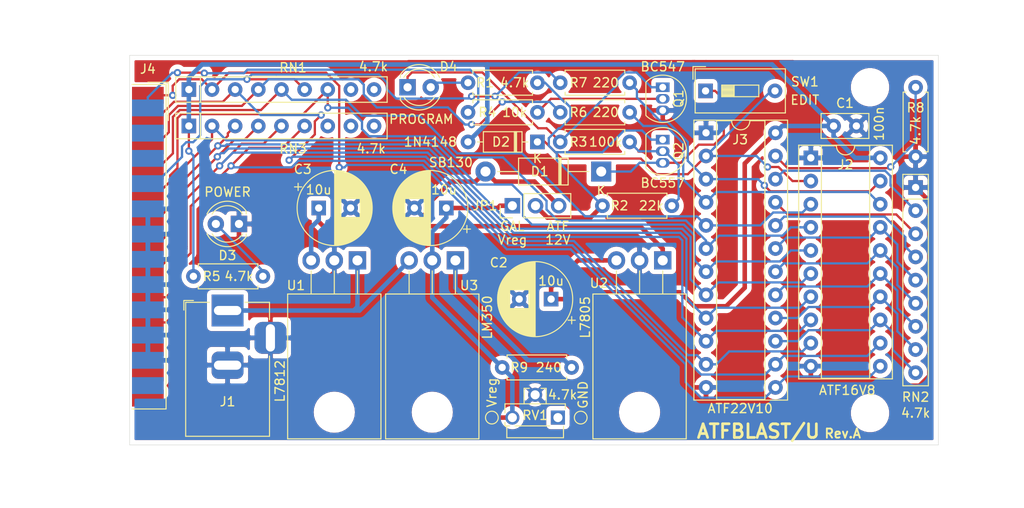
<source format=kicad_pcb>
(kicad_pcb (version 20171130) (host pcbnew "(5.1.4)-1")
  (title_block (title ATFBLAST/U) (date 2020-09-29))
  (layers (0 F.Cu signal) (31 B.Cu signal) (34 B.Paste user) (35 F.Paste user) (36 B.SilkS user) (37 F.SilkS user) (38 B.Mask user) (39 F.Mask user) (44 Edge.Cuts user))
  (net 0 "")
  (net 1 GND)
  (net 2 +5V)
  (net 3 +12V)
  (net 4 "Net-(C4-Pad1)")
  (net 5 /EDIT)
  (net 6 "Net-(D3-Pad2)")
  (net 7 "Net-(D4-Pad2)")
  (net 8 "Net-(D4-Pad1)")
  (net 9 /P_V-)
  (net 10 /D0)
  (net 11 /RA0)
  (net 12 /D7)
  (net 13 "Net-(J2-Pad17)")
  (net 14 /D6)
  (net 15 "Net-(J2-Pad16)")
  (net 16 /D5)
  (net 17 "Net-(J2-Pad15)")
  (net 18 /D4)
  (net 19 "Net-(J2-Pad14)")
  (net 20 /D3)
  (net 21 "Net-(J2-Pad13)")
  (net 22 /D2)
  (net 23 /ACK)
  (net 24 /STROBE)
  (net 25 "Net-(J3-Pad23)")
  (net 26 "Net-(J3-Pad22)")
  (net 27 /SELECT)
  (net 28 /AUTO)
  (net 29 /D1)
  (net 30 "Net-(JP1-Pad2)")
  (net 31 "Net-(Q1-Pad2)")
  (net 32 "Net-(Q2-Pad2)")
  (net 33 "Net-(J3-Pad20)")
  (net 34 "Net-(J3-Pad21)")
  (net 35 "Net-(J1-Pad1)")
  (net 36 "Net-(R9-Pad1)")
  (net 37 "Net-(D1-Pad1)")
  (module Button_Switch_THT:SW_DIP_SPSTx01_Slide_9.78x4.72mm_W7.62mm_P2.54mm (layer F.Cu) (at 166.7 80.4)
    (fp_text reference SW1 (at 10.9 -1) (layer F.SilkS))
    (fp_text value SW_DIP_x01)
    (fp_text user EDIT (at 10.9 1) (layer F.SilkS))
    (pad 2 thru_hole oval (at 7.62 0) (size 1.6 1.6) (drill 0.8) (layers *.Cu *.Mask) (net 5 /EDIT))
    (pad 1 thru_hole rect (at 0 0) (size 1.6 1.6) (drill 0.8) (layers *.Cu *.Mask) (net 37 "Net-(D1-Pad1)"))
  )
  (module Package_DIP:DIP-24_W7.62mm_Socket (layer F.Cu) (at 166.75 85)
    (fp_text reference J3 (at 3.75 0.75) (layer F.SilkS))
    (fp_text value DIP24-panel)
    (fp_text user ATF22V10 (at 3.75 30.25) (layer F.SilkS))
    (pad 1 thru_hole rect (at 0 0) (size 1.6 1.6) (drill 0.8) (layers *.Cu *.Mask) (net 1 GND))
    (pad 13 thru_hole oval (at 7.62 27.94) (size 1.6 1.6) (drill 0.8) (layers *.Cu *.Mask) (net 24 /STROBE))
    (pad 2 thru_hole oval (at 0 2.54) (size 1.6 1.6) (drill 0.8) (layers *.Cu *.Mask) (net 5 /EDIT))
    (pad 14 thru_hole oval (at 7.62 25.4) (size 1.6 1.6) (drill 0.8) (layers *.Cu *.Mask) (net 23 /ACK))
    (pad 3 thru_hole oval (at 0 5.08) (size 1.6 1.6) (drill 0.8) (layers *.Cu *.Mask) (net 9 /P_V-))
    (pad 15 thru_hole oval (at 7.62 22.86) (size 1.6 1.6) (drill 0.8) (layers *.Cu *.Mask) (net 21 "Net-(J2-Pad13)"))
    (pad 4 thru_hole oval (at 0 7.62) (size 1.6 1.6) (drill 0.8) (layers *.Cu *.Mask) (net 11 /RA0))
    (pad 16 thru_hole oval (at 7.62 20.32) (size 1.6 1.6) (drill 0.8) (layers *.Cu *.Mask) (net 19 "Net-(J2-Pad14)"))
    (pad 5 thru_hole oval (at 0 10.16) (size 1.6 1.6) (drill 0.8) (layers *.Cu *.Mask) (net 22 /D2))
    (pad 17 thru_hole oval (at 7.62 17.78) (size 1.6 1.6) (drill 0.8) (layers *.Cu *.Mask) (net 17 "Net-(J2-Pad15)"))
    (pad 6 thru_hole oval (at 0 12.7) (size 1.6 1.6) (drill 0.8) (layers *.Cu *.Mask) (net 20 /D3))
    (pad 18 thru_hole oval (at 7.62 15.24) (size 1.6 1.6) (drill 0.8) (layers *.Cu *.Mask) (net 15 "Net-(J2-Pad16)"))
    (pad 7 thru_hole oval (at 0 15.24) (size 1.6 1.6) (drill 0.8) (layers *.Cu *.Mask) (net 18 /D4))
    (pad 19 thru_hole oval (at 7.62 12.7) (size 1.6 1.6) (drill 0.8) (layers *.Cu *.Mask) (net 13 "Net-(J2-Pad17)"))
    (pad 8 thru_hole oval (at 0 17.78) (size 1.6 1.6) (drill 0.8) (layers *.Cu *.Mask) (net 16 /D5))
    (pad 20 thru_hole oval (at 7.62 10.16) (size 1.6 1.6) (drill 0.8) (layers *.Cu *.Mask) (net 33 "Net-(J3-Pad20)"))
    (pad 9 thru_hole oval (at 0 20.32) (size 1.6 1.6) (drill 0.8) (layers *.Cu *.Mask) (net 14 /D6))
    (pad 21 thru_hole oval (at 7.62 7.62) (size 1.6 1.6) (drill 0.8) (layers *.Cu *.Mask) (net 34 "Net-(J3-Pad21)"))
    (pad 10 thru_hole oval (at 0 22.86) (size 1.6 1.6) (drill 0.8) (layers *.Cu *.Mask) (net 12 /D7))
    (pad 22 thru_hole oval (at 7.62 5.08) (size 1.6 1.6) (drill 0.8) (layers *.Cu *.Mask) (net 26 "Net-(J3-Pad22)"))
    (pad 11 thru_hole oval (at 0 25.4) (size 1.6 1.6) (drill 0.8) (layers *.Cu *.Mask) (net 10 /D0))
    (pad 23 thru_hole oval (at 7.62 2.54) (size 1.6 1.6) (drill 0.8) (layers *.Cu *.Mask) (net 25 "Net-(J3-Pad23)"))
    (pad 12 thru_hole oval (at 0 27.94) (size 1.6 1.6) (drill 0.8) (layers *.Cu *.Mask) (net 1 GND))
    (pad 24 thru_hole oval (at 7.62 0) (size 1.6 1.6) (drill 0.8) (layers *.Cu *.Mask) (net 2 +5V))
  )
  (module Capacitor_THT:CP_Radial_D8.0mm_P3.50mm (layer F.Cu) (at 138.25 93.25 180)
    (fp_text reference C4 (at 5.25 4.25) (layer F.SilkS))
    (fp_text value 10u)
    (fp_text user %V (at 0.25 2) (layer F.SilkS))
    (pad 2 thru_hole circle (at 3.5 0 180) (size 1.6 1.6) (drill 0.8) (layers *.Cu *.Mask) (net 1 GND))
    (pad 1 thru_hole rect (at 0 0 180) (size 1.6 1.6) (drill 0.8) (layers *.Cu *.Mask) (net 4 "Net-(C4-Pad1)"))
  )
  (module Package_TO_SOT_THT:TO-220-3_Horizontal_TabDown (layer F.Cu) (at 139.25 99 180)
    (fp_text reference U3 (at -1.5 -2.75) (layer F.SilkS))
    (fp_text value LM350)
    (fp_text user %V (at -3.5 -6.25 270) (layer F.SilkS))
    (pad 3 thru_hole oval (at 5.08 0 180) (size 1.905 2) (drill 1.1) (layers *.Cu *.Mask) (net 35 "Net-(J1-Pad1)"))
    (pad 2 thru_hole oval (at 2.54 0 180) (size 1.905 2) (drill 1.1) (layers *.Cu *.Mask) (net 4 "Net-(C4-Pad1)"))
    (pad 1 thru_hole rect (at 0 0 180) (size 1.905 2) (drill 1.1) (layers *.Cu *.Mask) (net 36 "Net-(R9-Pad1)"))
    (pad "" np_thru_hole oval (at 2.54 -16.66 180) (size 3.5 3.5) (drill 3.5) (layers *.Cu *.Mask))
  )
  (module Package_TO_SOT_THT:TO-220-3_Horizontal_TabDown (layer F.Cu) (at 128.5 99 180)
    (fp_text reference U1 (at 6.75 -2.75) (layer F.SilkS))
    (fp_text value L7812)
    (fp_text user %V (at 8.5 -13.25 270) (layer F.SilkS))
    (pad 3 thru_hole oval (at 5.08 0 180) (size 1.905 2) (drill 1.1) (layers *.Cu *.Mask) (net 3 +12V))
    (pad 2 thru_hole oval (at 2.54 0 180) (size 1.905 2) (drill 1.1) (layers *.Cu *.Mask) (net 1 GND))
    (pad 1 thru_hole rect (at 0 0 180) (size 1.905 2) (drill 1.1) (layers *.Cu *.Mask) (net 35 "Net-(J1-Pad1)"))
    (pad "" np_thru_hole oval (at 2.54 -16.66 180) (size 3.5 3.5) (drill 3.5) (layers *.Cu *.Mask))
  )
  (module TestPoint:TestPoint_Pad_D1.0mm (layer F.Cu) (at 153 116.25)
    (fp_text reference TP2 hide)
    (fp_text value GND)
    (fp_text user %V (at 0.25 -2.5 90) (layer F.SilkS))
    (pad 1 smd circle (at 0 0) (size 1 1) (layers F.Cu F.Mask) (net 1 GND))
  )
  (module TestPoint:TestPoint_Pad_D1.0mm (layer F.Cu) (at 143.25 116.25)
    (fp_text reference TP1 hide)
    (fp_text value Vreg)
    (fp_text user %V (at 0 -2.75 90) (layer F.SilkS))
    (pad 1 smd circle (at 0 0) (size 1 1) (layers F.Cu F.Mask) (net 4 "Net-(C4-Pad1)"))
  )
  (module Potentiometer_THT:Potentiometer_Runtron_RM-063_Horizontal (layer F.Cu) (at 150.5 116.25 180)
    (fp_text reference RV1 (at 2.5 0.25) (layer F.SilkS))
    (fp_text value 4.7k)
    (fp_text user %V (at -0.5 2.5 180) (layer F.SilkS))
    (pad 3 thru_hole circle (at 5 0 180) (size 1.55 1.55) (drill 1) (layers *.Cu *.Mask) (net 4 "Net-(C4-Pad1)"))
    (pad 1 thru_hole rect (at 0 0 180) (size 1.55 1.55) (drill 1) (layers *.Cu *.Mask))
    (pad 2 thru_hole circle (at 2.5 2.5 180) (size 1.55 1.55) (drill 1) (layers *.Cu *.Mask) (net 1 GND))
  )
  (module Resistor_THT:R_Axial_DIN0207_L6.3mm_D2.5mm_P7.62mm_Horizontal (layer F.Cu) (at 152 110.75 180)
    (fp_text reference R9 (at 5.75 0) (layer F.SilkS))
    (fp_text value 240)
    (fp_text user %V (at 2.5 0 180) (layer F.SilkS))
    (pad 2 thru_hole oval (at 7.62 0 180) (size 1.6 1.6) (drill 0.8) (layers *.Cu *.Mask) (net 4 "Net-(C4-Pad1)"))
    (pad 1 thru_hole circle (at 0 0 180) (size 1.6 1.6) (drill 0.8) (layers *.Cu *.Mask) (net 36 "Net-(R9-Pad1)"))
  )
  (module MountingHole:MountingHole_3.2mm_M3 (layer F.Cu) (at 184.75 115.75)
    (fp_text reference H2 hide)
    (fp_text value MountingHole hide)
    (pad 1 np_thru_hole circle (at 0 0) (size 3.2 3.2) (drill 3.2) (layers *.Cu *.Mask))
  )
  (module MountingHole:MountingHole_3.2mm_M3 (layer F.Cu) (at 184.75 80)
    (fp_text reference H1 hide)
    (fp_text value MountingHole hide)
    (pad 1 np_thru_hole circle (at 0 0) (size 3.2 3.2) (drill 3.2) (layers *.Cu *.Mask))
  )
  (module Capacitor_THT:CP_Radial_D8.0mm_P3.50mm (layer F.Cu) (at 149.75 103.25 180)
    (fp_text reference C2 (at 5.75 4) (layer F.SilkS))
    (fp_text value 10u)
    (fp_text user %V (at 0 2) (layer F.SilkS))
    (pad 2 thru_hole circle (at 3.5 0 180) (size 1.6 1.6) (drill 0.8) (layers *.Cu *.Mask) (net 1 GND))
    (pad 1 thru_hole rect (at 0 0 180) (size 1.6 1.6) (drill 0.8) (layers *.Cu *.Mask) (net 2 +5V))
  )
  (module Resistor_THT:R_Axial_DIN0207_L6.3mm_D2.5mm_P7.62mm_Horizontal (layer F.Cu) (at 189.75 80 270)
    (fp_text reference R8 (at 2.25 0 180) (layer F.SilkS))
    (fp_text value 4.7k)
    (fp_text user %V (at 4.75 0 270) (layer F.SilkS))
    (pad 2 thru_hole oval (at 7.62 0 270) (size 1.6 1.6) (drill 0.8) (layers *.Cu *.Mask) (net 1 GND))
    (pad 1 thru_hole circle (at 0 0 270) (size 1.6 1.6) (drill 0.8) (layers *.Cu *.Mask) (net 25 "Net-(J3-Pad23)"))
  )
  (module Package_TO_SOT_THT:TO-220-3_Horizontal_TabDown (layer F.Cu) (at 162 99 180)
    (fp_text reference U2 (at 7 -2.5) (layer F.SilkS))
    (fp_text value L7805)
    (fp_text user %V (at 8.5 -6.25 270) (layer F.SilkS))
    (pad 3 thru_hole oval (at 5.08 0 180) (size 1.905 2) (drill 1.1) (layers *.Cu *.Mask) (net 2 +5V))
    (pad 2 thru_hole oval (at 2.54 0 180) (size 1.905 2) (drill 1.1) (layers *.Cu *.Mask) (net 1 GND))
    (pad 1 thru_hole rect (at 0 0 180) (size 1.905 2) (drill 1.1) (layers *.Cu *.Mask) (net 3 +12V))
    (pad "" np_thru_hole oval (at 2.54 -16.66 180) (size 3.5 3.5) (drill 3.5) (layers *.Cu *.Mask))
  )
  (module Resistor_THT:R_Array_SIP9 (layer F.Cu) (at 110 84.25)
    (fp_text reference RN3 (at 11.43 2.5) (layer F.SilkS))
    (fp_text value 4.7k)
    (fp_text user %V (at 20 2.5 180) (layer F.SilkS))
    (pad 9 thru_hole oval (at 20.32 0) (size 1.6 1.6) (drill 0.8) (layers *.Cu *.Mask))
    (pad 8 thru_hole oval (at 17.78 0) (size 1.6 1.6) (drill 0.8) (layers *.Cu *.Mask))
    (pad 7 thru_hole oval (at 15.24 0) (size 1.6 1.6) (drill 0.8) (layers *.Cu *.Mask))
    (pad 6 thru_hole oval (at 12.7 0) (size 1.6 1.6) (drill 0.8) (layers *.Cu *.Mask) (net 23 /ACK))
    (pad 5 thru_hole oval (at 10.16 0) (size 1.6 1.6) (drill 0.8) (layers *.Cu *.Mask) (net 12 /D7))
    (pad 4 thru_hole oval (at 7.62 0) (size 1.6 1.6) (drill 0.8) (layers *.Cu *.Mask) (net 14 /D6))
    (pad 3 thru_hole oval (at 5.08 0) (size 1.6 1.6) (drill 0.8) (layers *.Cu *.Mask) (net 16 /D5))
    (pad 2 thru_hole oval (at 2.54 0) (size 1.6 1.6) (drill 0.8) (layers *.Cu *.Mask) (net 18 /D4))
    (pad 1 thru_hole rect (at 0 0) (size 1.6 1.6) (drill 0.8) (layers *.Cu *.Mask) (net 2 +5V))
  )
  (module Resistor_THT:R_Array_SIP9 (layer F.Cu) (at 189.75 91 270)
    (fp_text reference RN2 (at 23 0 180) (layer F.SilkS))
    (fp_text value 4.7k)
    (fp_text user %V (at 24.75 0) (layer F.SilkS))
    (pad 1 thru_hole rect (at 0 0 270) (size 1.6 1.6) (drill 0.8) (layers *.Cu *.Mask) (net 1 GND))
    (pad 2 thru_hole oval (at 2.54 0 270) (size 1.6 1.6) (drill 0.8) (layers *.Cu *.Mask) (net 26 "Net-(J3-Pad22)"))
    (pad 3 thru_hole oval (at 5.08 0 270) (size 1.6 1.6) (drill 0.8) (layers *.Cu *.Mask) (net 34 "Net-(J3-Pad21)"))
    (pad 4 thru_hole oval (at 7.62 0 270) (size 1.6 1.6) (drill 0.8) (layers *.Cu *.Mask) (net 33 "Net-(J3-Pad20)"))
    (pad 5 thru_hole oval (at 10.16 0 270) (size 1.6 1.6) (drill 0.8) (layers *.Cu *.Mask) (net 13 "Net-(J2-Pad17)"))
    (pad 6 thru_hole oval (at 12.7 0 270) (size 1.6 1.6) (drill 0.8) (layers *.Cu *.Mask) (net 15 "Net-(J2-Pad16)"))
    (pad 7 thru_hole oval (at 15.24 0 270) (size 1.6 1.6) (drill 0.8) (layers *.Cu *.Mask) (net 17 "Net-(J2-Pad15)"))
    (pad 8 thru_hole oval (at 17.78 0 270) (size 1.6 1.6) (drill 0.8) (layers *.Cu *.Mask) (net 19 "Net-(J2-Pad14)"))
    (pad 9 thru_hole oval (at 20.32 0 270) (size 1.6 1.6) (drill 0.8) (layers *.Cu *.Mask) (net 21 "Net-(J2-Pad13)"))
  )
  (module Resistor_THT:R_Array_SIP9 (layer F.Cu) (at 110 80.25)
    (fp_text reference RN1 (at 11.43 -2.4) (layer F.SilkS))
    (fp_text value 4.7k)
    (fp_text user %V (at 20.25 -2.5 180) (layer F.SilkS))
    (pad 9 thru_hole oval (at 20.32 0) (size 1.6 1.6) (drill 0.8) (layers *.Cu *.Mask))
    (pad 8 thru_hole oval (at 17.78 0) (size 1.6 1.6) (drill 0.8) (layers *.Cu *.Mask))
    (pad 7 thru_hole oval (at 15.24 0) (size 1.6 1.6) (drill 0.8) (layers *.Cu *.Mask) (net 20 /D3))
    (pad 6 thru_hole oval (at 12.7 0) (size 1.6 1.6) (drill 0.8) (layers *.Cu *.Mask) (net 27 /SELECT))
    (pad 5 thru_hole oval (at 10.16 0) (size 1.6 1.6) (drill 0.8) (layers *.Cu *.Mask) (net 22 /D2))
    (pad 4 thru_hole oval (at 7.62 0) (size 1.6 1.6) (drill 0.8) (layers *.Cu *.Mask) (net 29 /D1))
    (pad 3 thru_hole oval (at 5.08 0) (size 1.6 1.6) (drill 0.8) (layers *.Cu *.Mask) (net 10 /D0))
    (pad 2 thru_hole oval (at 2.54 0) (size 1.6 1.6) (drill 0.8) (layers *.Cu *.Mask) (net 24 /STROBE))
    (pad 1 thru_hole rect (at 0 0) (size 1.6 1.6) (drill 0.8) (layers *.Cu *.Mask) (net 2 +5V))
  )
  (module Resistor_THT:R_Axial_DIN0207_L6.3mm_D2.5mm_P7.62mm_Horizontal (layer F.Cu) (at 158.37 79.5 180)
    (fp_text reference R7 (at 5.62 0) (layer F.SilkS))
    (fp_text value 220)
    (fp_text user %V (at 2.62 0 180) (layer F.SilkS))
    (pad 2 thru_hole oval (at 7.62 0 180) (size 1.6 1.6) (drill 0.8) (layers *.Cu *.Mask) (net 27 /SELECT))
    (pad 1 thru_hole circle (at 0 0 180) (size 1.6 1.6) (drill 0.8) (layers *.Cu *.Mask) (net 9 /P_V-))
  )
  (module Resistor_THT:R_Axial_DIN0207_L6.3mm_D2.5mm_P7.62mm_Horizontal (layer F.Cu) (at 158.37 82.75 180)
    (fp_text reference R6 (at 5.62 0) (layer F.SilkS))
    (fp_text value 220)
    (fp_text user %V (at 2.62 0 180) (layer F.SilkS))
    (pad 2 thru_hole oval (at 7.62 0 180) (size 1.6 1.6) (drill 0.8) (layers *.Cu *.Mask) (net 29 /D1))
    (pad 1 thru_hole circle (at 0 0 180) (size 1.6 1.6) (drill 0.8) (layers *.Cu *.Mask) (net 11 /RA0))
  )
  (module Resistor_THT:R_Axial_DIN0207_L6.3mm_D2.5mm_P7.62mm_Horizontal (layer F.Cu) (at 110.5 100.75)
    (fp_text reference R5 (at 2 0) (layer F.SilkS))
    (fp_text value 4.7k)
    (fp_text user %V (at 5 0 180) (layer F.SilkS))
    (pad 2 thru_hole oval (at 7.62 0) (size 1.6 1.6) (drill 0.8) (layers *.Cu *.Mask) (net 6 "Net-(D3-Pad2)"))
    (pad 1 thru_hole circle (at 0 0) (size 1.6 1.6) (drill 0.8) (layers *.Cu *.Mask) (net 2 +5V))
  )
  (module Resistor_THT:R_Axial_DIN0207_L6.3mm_D2.5mm_P7.62mm_Horizontal (layer F.Cu) (at 148.25 82.75 180)
    (fp_text reference R4 (at 5.5 0) (layer F.SilkS))
    (fp_text value 10k)
    (fp_text user %V (at 2.5 0 180) (layer F.SilkS))
    (pad 2 thru_hole oval (at 7.62 0 180) (size 1.6 1.6) (drill 0.8) (layers *.Cu *.Mask) (net 28 /AUTO))
    (pad 1 thru_hole circle (at 0 0 180) (size 1.6 1.6) (drill 0.8) (layers *.Cu *.Mask) (net 31 "Net-(Q1-Pad2)"))
  )
  (module Resistor_THT:R_Axial_DIN0207_L6.3mm_D2.5mm_P7.62mm_Horizontal (layer F.Cu) (at 150.75 86)
    (fp_text reference R3 (at 2 0) (layer F.SilkS))
    (fp_text value 100k)
    (fp_text user %V (at 5 0) (layer F.SilkS))
    (pad 1 thru_hole circle (at 0 0) (size 1.6 1.6) (drill 0.8) (layers *.Cu *.Mask) (net 8 "Net-(D4-Pad1)"))
    (pad 2 thru_hole oval (at 7.62 0) (size 1.6 1.6) (drill 0.8) (layers *.Cu *.Mask) (net 32 "Net-(Q2-Pad2)"))
  )
  (module Resistor_THT:R_Axial_DIN0207_L6.3mm_D2.5mm_P7.62mm_Horizontal (layer F.Cu) (at 163 93 180)
    (fp_text reference R2 (at 5.75 0) (layer F.SilkS))
    (fp_text value 22k)
    (fp_text user %V (at 2.25 0 180) (layer F.SilkS))
    (pad 1 thru_hole circle (at 0 0 180) (size 1.6 1.6) (drill 0.8) (layers *.Cu *.Mask) (net 32 "Net-(Q2-Pad2)"))
    (pad 2 thru_hole oval (at 7.62 0 180) (size 1.6 1.6) (drill 0.8) (layers *.Cu *.Mask) (net 30 "Net-(JP1-Pad2)"))
  )
  (module Resistor_THT:R_Axial_DIN0207_L6.3mm_D2.5mm_P7.62mm_Horizontal (layer F.Cu) (at 148.25 79.5 180)
    (fp_text reference R1 (at 5.75 0) (layer F.SilkS))
    (fp_text value 4.7k)
    (fp_text user %V (at 2.5 0 180) (layer F.SilkS))
    (pad 2 thru_hole oval (at 7.62 0 180) (size 1.6 1.6) (drill 0.8) (layers *.Cu *.Mask) (net 7 "Net-(D4-Pad2)"))
    (pad 1 thru_hole circle (at 0 0 180) (size 1.6 1.6) (drill 0.8) (layers *.Cu *.Mask) (net 30 "Net-(JP1-Pad2)"))
  )
  (module Package_TO_SOT_THT:TO-92_Inline (layer F.Cu) (at 162 85.75 270)
    (fp_text reference Q2 (at 1.27 -1.75 90) (layer F.SilkS))
    (fp_text value BC557)
    (fp_text user %V (at 4.75 0 180) (layer F.SilkS))
    (pad 1 thru_hole rect (at 0 0 270) (size 1.05 1.5) (drill 0.75) (layers *.Cu *.Mask) (net 30 "Net-(JP1-Pad2)"))
    (pad 3 thru_hole oval (at 2.54 0 270) (size 1.05 1.5) (drill 0.75) (layers *.Cu *.Mask) (net 37 "Net-(D1-Pad1)"))
    (pad 2 thru_hole oval (at 1.27 0 270) (size 1.05 1.5) (drill 0.75) (layers *.Cu *.Mask) (net 32 "Net-(Q2-Pad2)"))
  )
  (module Package_TO_SOT_THT:TO-92_Inline (layer F.Cu) (at 162 80 270)
    (fp_text reference Q1 (at 1.25 -1.75 270) (layer F.SilkS))
    (fp_text value BC547)
    (fp_text user %V (at -2.25 0 180) (layer F.SilkS))
    (pad 1 thru_hole rect (at 0 0 270) (size 1.05 1.5) (drill 0.75) (layers *.Cu *.Mask) (net 8 "Net-(D4-Pad1)"))
    (pad 3 thru_hole oval (at 2.54 0 270) (size 1.05 1.5) (drill 0.75) (layers *.Cu *.Mask) (net 1 GND))
    (pad 2 thru_hole oval (at 1.27 0 270) (size 1.05 1.5) (drill 0.75) (layers *.Cu *.Mask) (net 31 "Net-(Q1-Pad2)"))
  )
  (module Connector_PinHeader_2.54mm:PinHeader_1x03_P2.54mm_Vertical (layer F.Cu) (at 145.5 93 90)
    (fp_text reference JP1 (at 0 -3 180) (layer F.SilkS))
    (fp_text value Jumper_3)
    (fp_text user Vreg (at -3.75 0 180) (layer F.SilkS))
    (fp_text user 12V (at -3.75 5 180) (layer F.SilkS))
    (fp_text user ATF (at -2.25 5 180) (layer F.SilkS))
    (fp_text user GAL (at -2.25 0 180) (layer F.SilkS))
    (pad 3 thru_hole oval (at 0 5.08 90) (size 1.7 1.7) (drill 1) (layers *.Cu *.Mask) (net 3 +12V))
    (pad 2 thru_hole oval (at 0 2.54 90) (size 1.7 1.7) (drill 1) (layers *.Cu *.Mask) (net 30 "Net-(JP1-Pad2)"))
    (pad 1 thru_hole rect (at 0 0 90) (size 1.7 1.7) (drill 1) (layers *.Cu *.Mask) (net 4 "Net-(C4-Pad1)"))
  )
  (module Connector_Dsub:DSUB-25_Male_EdgeMount_P2.77mm (layer F.Cu) (at 105.5 97.5 270)
    (fp_text reference J4 (at -19.5 0 180) (layer F.SilkS))
    (fp_text value DB25_Male)
    (pad 25 smd rect (at 15.235 0 270) (size 1.846667 3.48) (layers B.Cu B.Paste B.Mask))
    (pad 24 smd rect (at 12.465 0 270) (size 1.846667 3.48) (layers B.Cu B.Paste B.Mask) (net 1 GND))
    (pad 23 smd rect (at 9.695 0 270) (size 1.846667 3.48) (layers B.Cu B.Paste B.Mask) (net 1 GND))
    (pad 22 smd rect (at 6.925 0 270) (size 1.846667 3.48) (layers B.Cu B.Paste B.Mask) (net 1 GND))
    (pad 21 smd rect (at 4.155 0 270) (size 1.846667 3.48) (layers B.Cu B.Paste B.Mask) (net 1 GND))
    (pad 20 smd rect (at 1.385 0 270) (size 1.846667 3.48) (layers B.Cu B.Paste B.Mask) (net 1 GND))
    (pad 19 smd rect (at -1.385 0 270) (size 1.846667 3.48) (layers B.Cu B.Paste B.Mask) (net 1 GND))
    (pad 18 smd rect (at -4.155 0 270) (size 1.846667 3.48) (layers B.Cu B.Paste B.Mask) (net 1 GND))
    (pad 17 smd rect (at -6.925 0 270) (size 1.846667 3.48) (layers B.Cu B.Paste B.Mask) (net 27 /SELECT))
    (pad 16 smd rect (at -9.695 0 270) (size 1.846667 3.48) (layers B.Cu B.Paste B.Mask))
    (pad 15 smd rect (at -12.465 0 270) (size 1.846667 3.48) (layers B.Cu B.Paste B.Mask))
    (pad 14 smd rect (at -15.235 0 270) (size 1.846667 3.48) (layers B.Cu B.Paste B.Mask) (net 28 /AUTO))
    (pad 13 smd rect (at 16.62 0 270) (size 1.846667 3.48) (layers F.Cu F.Paste F.Mask))
    (pad 12 smd rect (at 13.85 0 270) (size 1.846667 3.48) (layers F.Cu F.Paste F.Mask))
    (pad 11 smd rect (at 11.08 0 270) (size 1.846667 3.48) (layers F.Cu F.Paste F.Mask))
    (pad 10 smd rect (at 8.31 0 270) (size 1.846667 3.48) (layers F.Cu F.Paste F.Mask) (net 23 /ACK))
    (pad 9 smd rect (at 5.54 0 270) (size 1.846667 3.48) (layers F.Cu F.Paste F.Mask) (net 12 /D7))
    (pad 8 smd rect (at 2.77 0 270) (size 1.846667 3.48) (layers F.Cu F.Paste F.Mask) (net 14 /D6))
    (pad 7 smd rect (at 0 0 270) (size 1.846667 3.48) (layers F.Cu F.Paste F.Mask) (net 16 /D5))
    (pad 6 smd rect (at -2.77 0 270) (size 1.846667 3.48) (layers F.Cu F.Paste F.Mask) (net 18 /D4))
    (pad 5 smd rect (at -5.54 0 270) (size 1.846667 3.48) (layers F.Cu F.Paste F.Mask) (net 20 /D3))
    (pad 4 smd rect (at -8.31 0 270) (size 1.846667 3.48) (layers F.Cu F.Paste F.Mask) (net 22 /D2))
    (pad 3 smd rect (at -11.08 0 270) (size 1.846667 3.48) (layers F.Cu F.Paste F.Mask) (net 29 /D1))
    (pad 2 smd rect (at -13.85 0 270) (size 1.846667 3.48) (layers F.Cu F.Paste F.Mask) (net 10 /D0))
    (pad 1 smd rect (at -16.62 0 270) (size 1.846667 3.48) (layers F.Cu F.Paste F.Mask) (net 24 /STROBE))
  )
  (module Package_DIP:DIP-20_W7.62mm_Socket (layer F.Cu) (at 178.25 87.75)
    (fp_text reference J2 (at 3.81 0.75) (layer F.SilkS))
    (fp_text value DIP20-panel)
    (fp_text user ATF16V8 (at 4 25.5) (layer F.SilkS))
    (pad 1 thru_hole rect (at 0 0) (size 1.6 1.6) (drill 0.8) (layers *.Cu *.Mask) (net 1 GND))
    (pad 11 thru_hole oval (at 7.62 22.86) (size 1.6 1.6) (drill 0.8) (layers *.Cu *.Mask) (net 24 /STROBE))
    (pad 2 thru_hole oval (at 0 2.54) (size 1.6 1.6) (drill 0.8) (layers *.Cu *.Mask) (net 5 /EDIT))
    (pad 12 thru_hole oval (at 7.62 20.32) (size 1.6 1.6) (drill 0.8) (layers *.Cu *.Mask) (net 23 /ACK))
    (pad 3 thru_hole oval (at 0 5.08) (size 1.6 1.6) (drill 0.8) (layers *.Cu *.Mask) (net 22 /D2))
    (pad 13 thru_hole oval (at 7.62 17.78) (size 1.6 1.6) (drill 0.8) (layers *.Cu *.Mask) (net 21 "Net-(J2-Pad13)"))
    (pad 4 thru_hole oval (at 0 7.62) (size 1.6 1.6) (drill 0.8) (layers *.Cu *.Mask) (net 20 /D3))
    (pad 14 thru_hole oval (at 7.62 15.24) (size 1.6 1.6) (drill 0.8) (layers *.Cu *.Mask) (net 19 "Net-(J2-Pad14)"))
    (pad 5 thru_hole oval (at 0 10.16) (size 1.6 1.6) (drill 0.8) (layers *.Cu *.Mask) (net 18 /D4))
    (pad 15 thru_hole oval (at 7.62 12.7) (size 1.6 1.6) (drill 0.8) (layers *.Cu *.Mask) (net 17 "Net-(J2-Pad15)"))
    (pad 6 thru_hole oval (at 0 12.7) (size 1.6 1.6) (drill 0.8) (layers *.Cu *.Mask) (net 16 /D5))
    (pad 16 thru_hole oval (at 7.62 10.16) (size 1.6 1.6) (drill 0.8) (layers *.Cu *.Mask) (net 15 "Net-(J2-Pad16)"))
    (pad 7 thru_hole oval (at 0 15.24) (size 1.6 1.6) (drill 0.8) (layers *.Cu *.Mask) (net 14 /D6))
    (pad 17 thru_hole oval (at 7.62 7.62) (size 1.6 1.6) (drill 0.8) (layers *.Cu *.Mask) (net 13 "Net-(J2-Pad17)"))
    (pad 8 thru_hole oval (at 0 17.78) (size 1.6 1.6) (drill 0.8) (layers *.Cu *.Mask) (net 12 /D7))
    (pad 18 thru_hole oval (at 7.62 5.08) (size 1.6 1.6) (drill 0.8) (layers *.Cu *.Mask) (net 11 /RA0))
    (pad 9 thru_hole oval (at 0 20.32) (size 1.6 1.6) (drill 0.8) (layers *.Cu *.Mask) (net 10 /D0))
    (pad 19 thru_hole oval (at 7.62 2.54) (size 1.6 1.6) (drill 0.8) (layers *.Cu *.Mask) (net 9 /P_V-))
    (pad 10 thru_hole oval (at 0 22.86) (size 1.6 1.6) (drill 0.8) (layers *.Cu *.Mask) (net 1 GND))
    (pad 20 thru_hole oval (at 7.62 0) (size 1.6 1.6) (drill 0.8) (layers *.Cu *.Mask) (net 2 +5V))
  )
  (module Connector_BarrelJack:BarrelJack_Horizontal (layer F.Cu) (at 114.25 104.5 90)
    (fp_text reference J1 (at -10 0 180) (layer F.SilkS))
    (fp_text value DS-210)
    (pad 3 thru_hole roundrect (at -3 4.7 90) (size 3.5 3.5) (drill oval 3 1) (layers *.Cu *.Mask) (net 1 GND))
    (pad 2 thru_hole roundrect (at -6 0 90) (size 3 3.5) (drill oval 1 3) (layers *.Cu *.Mask) (net 1 GND))
    (pad 1 thru_hole rect (at 0 0 90) (size 3.5 3.5) (drill oval 1 3) (layers *.Cu *.Mask) (net 35 "Net-(J1-Pad1)"))
  )
  (module LED_THT:LED_D4.0mm (layer F.Cu) (at 134 80)
    (fp_text reference D4 (at 4.5 -2.25) (layer F.SilkS))
    (fp_text value LED)
    (fp_text user PROGRAM (at 1.5 3.5) (layer F.SilkS))
    (pad 2 thru_hole circle (at 2.54 0) (size 1.8 1.8) (drill 0.9) (layers *.Cu *.Mask) (net 7 "Net-(D4-Pad2)"))
    (pad 1 thru_hole rect (at 0 0) (size 1.8 1.8) (drill 0.9) (layers *.Cu *.Mask) (net 8 "Net-(D4-Pad1)"))
  )
  (module LED_THT:LED_D4.0mm (layer F.Cu) (at 115.5 95 180)
    (fp_text reference D3 (at 1.27 -3.46) (layer F.SilkS))
    (fp_text value LED)
    (fp_text user POWER (at 1.25 3.5) (layer F.SilkS))
    (pad 2 thru_hole circle (at 2.54 0 180) (size 1.8 1.8) (drill 0.9) (layers *.Cu *.Mask) (net 6 "Net-(D3-Pad2)"))
    (pad 1 thru_hole rect (at 0 0 180) (size 1.8 1.8) (drill 0.9) (layers *.Cu *.Mask) (net 1 GND))
  )
  (module Diode_THT:D_DO-35_SOD27_P7.62mm_Horizontal (layer F.Cu) (at 148.25 86 180)
    (fp_text reference D2 (at 4 0) (layer F.SilkS))
    (fp_text value 1N4148)
    (fp_text user K (at 0 -1.8) (layer F.SilkS))
    (fp_text user %V (at 11.75 0 180) (layer F.SilkS))
    (pad 2 thru_hole oval (at 7.62 0 180) (size 1.6 1.6) (drill 0.8) (layers *.Cu *.Mask) (net 2 +5V))
    (pad 1 thru_hole rect (at 0 0 180) (size 1.6 1.6) (drill 0.8) (layers *.Cu *.Mask) (net 5 /EDIT))
  )
  (module Diode_THT:D_DO-41_SOD81_P12.70mm_Horizontal (layer F.Cu) (at 155.25 89.25 180)
    (fp_text reference D1 (at 6.75 0) (layer F.SilkS))
    (fp_text value SB130)
    (fp_text user K (at 0 -2.1) (layer F.SilkS))
    (fp_text user %V (at 16.5 1) (layer F.SilkS))
    (pad 2 thru_hole oval (at 12.7 0 180) (size 2.2 2.2) (drill 1.1) (layers *.Cu *.Mask) (net 3 +12V))
    (pad 1 thru_hole rect (at 0 0 180) (size 2.2 2.2) (drill 1.1) (layers *.Cu *.Mask) (net 37 "Net-(D1-Pad1)"))
  )
  (module Capacitor_THT:CP_Radial_D8.0mm_P3.50mm (layer F.Cu) (at 124.25 93.25)
    (fp_text reference C3 (at -1.75 -4.25) (layer F.SilkS))
    (fp_text value 10u)
    (fp_text user %V (at 0 -2) (layer F.SilkS))
    (pad 2 thru_hole circle (at 3.5 0) (size 1.6 1.6) (drill 0.8) (layers *.Cu *.Mask) (net 1 GND))
    (pad 1 thru_hole rect (at 0 0) (size 1.6 1.6) (drill 0.8) (layers *.Cu *.Mask) (net 3 +12V))
  )
  (module Capacitor_THT:C_Disc_D5.0mm_W2.5mm_P2.50mm (layer F.Cu) (at 180.75 84.25)
    (fp_text reference C1 (at 1.25 -2.5) (layer F.SilkS))
    (fp_text value 100n)
    (fp_text user %V (at 5 -0.25 90) (layer F.SilkS))
    (pad 1 thru_hole circle (at 0 0) (size 1.6 1.6) (drill 0.8) (layers *.Cu *.Mask) (net 2 +5V))
    (pad 2 thru_hole circle (at 2.5 0) (size 1.6 1.6) (drill 0.8) (layers *.Cu *.Mask) (net 1 GND))
  )
  (gr_text Rev.A (at 181.75 118) (layer F.SilkS) (effects (font (size 1 1) (thickness 0.2))))
  (gr_text ATFBLAST/U (at 172.5 117.75) (layer F.SilkS) (effects (font (size 1.5 1.5) (thickness 0.3))))
  (gr_line (start 192.25 119.25) (end 103.5 119.25) (layer Edge.Cuts) (width 0.05))
  (gr_line (start 103.5 119.25) (end 103.5 76.5) (layer Edge.Cuts) (width 0.05))
  (gr_line (start 192.25 76.5) (end 192.25 119.25) (layer Edge.Cuts) (width 0.05))
  (gr_line (start 103.5 76.5) (end 192.25 76.5) (layer Edge.Cuts) (width 0.05))
  (segment (start 111.5 110.5) (end 114.25 110.5) (width 0.5) (layer B.Cu) (net 1))
  (segment (start 110.965 109.965) (end 111.5 110.5) (width 0.5) (layer B.Cu) (net 1))
  (segment (start 105.5 109.965) (end 109.035 109.965) (width 0.5) (layer B.Cu) (net 1))
  (segment (start 109.035 109.965) (end 110.965 109.965) (width 0.5) (layer B.Cu) (net 1))
  (segment (start 165.5 77.25) (end 165.25 77.25) (width 0.5) (layer F.Cu) (net 1))
  (segment (start 179.75 87.75) (end 178.25 87.75) (width 0.5) (layer F.Cu) (net 1))
  (segment (start 183.25 84.25) (end 179.75 87.75) (width 0.5) (layer F.Cu) (net 1))
  (segment (start 116.9 95) (end 115.5 95) (width 0.5) (layer F.Cu) (net 1))
  (segment (start 123.15 101.25) (end 116.9 95) (width 0.5) (layer F.Cu) (net 1))
  (segment (start 125.96 99) (end 125.96 100.29) (width 0.5) (layer F.Cu) (net 1))
  (segment (start 125.96 100.29) (end 125 101.25) (width 0.5) (layer F.Cu) (net 1))
  (segment (start 125 101.25) (end 124 101.25) (width 0.5) (layer F.Cu) (net 1))
  (segment (start 124 101.25) (end 123.15 101.25) (width 0.5) (layer F.Cu) (net 1))
  (segment (start 178.25 112.25) (end 178.25 110.61) (width 0.5) (layer F.Cu) (net 1))
  (segment (start 189.75 91) (end 189.75 87.62) (width 0.5) (layer F.Cu) (net 1))
  (segment (start 191.25 92.5) (end 189.75 91) (width 0.5) (layer F.Cu) (net 1))
  (segment (start 191.25 111.670002) (end 191.25 92.5) (width 0.5) (layer F.Cu) (net 1))
  (segment (start 190.170002 112.75) (end 191.25 111.670002) (width 0.5) (layer F.Cu) (net 1))
  (segment (start 178.25 112.25) (end 178.75 112.75) (width 0.5) (layer F.Cu) (net 1))
  (segment (start 178.75 112.75) (end 190.170002 112.75) (width 0.5) (layer F.Cu) (net 1))
  (segment (start 125.96 95.04) (end 127.75 93.25) (width 0.5) (layer B.Cu) (net 1))
  (segment (start 125.96 99) (end 125.96 95.04) (width 0.5) (layer B.Cu) (net 1))
  (segment (start 118.95 110.05) (end 118.95 107.5) (width 0.5) (layer F.Cu) (net 1))
  (segment (start 114.25 110.5) (end 118.5 110.5) (width 0.5) (layer F.Cu) (net 1))
  (segment (start 118.5 110.5) (end 118.95 110.05) (width 0.5) (layer F.Cu) (net 1))
  (segment (start 124 104.5) (end 124 101.25) (width 0.5) (layer F.Cu) (net 1))
  (segment (start 124 105.25) (end 124 104.5) (width 0.5) (layer F.Cu) (net 1))
  (segment (start 118.95 107.5) (end 121.75 107.5) (width 0.5) (layer F.Cu) (net 1))
  (segment (start 121.75 107.5) (end 124 105.25) (width 0.5) (layer F.Cu) (net 1))
  (segment (start 134.75 93.25) (end 133.25 91.75) (width 0.5) (layer F.Cu) (net 1))
  (segment (start 129.25 91.75) (end 127.75 93.25) (width 0.5) (layer F.Cu) (net 1))
  (segment (start 132 79.389998) (end 132 91.75) (width 0.5) (layer F.Cu) (net 1))
  (segment (start 134.139998 77.25) (end 132 79.389998) (width 0.5) (layer F.Cu) (net 1))
  (segment (start 165.5 77.25) (end 134.139998 77.25) (width 0.5) (layer F.Cu) (net 1))
  (segment (start 133.25 91.75) (end 132 91.75) (width 0.5) (layer F.Cu) (net 1))
  (segment (start 132 91.75) (end 129.25 91.75) (width 0.5) (layer F.Cu) (net 1))
  (segment (start 153.25 116.25) (end 153 116.25) (width 0.5) (layer F.Cu) (net 1))
  (segment (start 144.75 104.75) (end 124 104.75) (width 0.5) (layer F.Cu) (net 1))
  (segment (start 146.25 103.25) (end 144.75 104.75) (width 0.5) (layer F.Cu) (net 1))
  (segment (start 146.5 112.25) (end 148 113.75) (width 0.5) (layer F.Cu) (net 1))
  (segment (start 146.5 105.750002) (end 146.5 112.25) (width 0.5) (layer F.Cu) (net 1))
  (segment (start 147.500001 104.750001) (end 146.5 105.750002) (width 0.5) (layer F.Cu) (net 1))
  (segment (start 146.25 103.25) (end 147.500001 104.500001) (width 0.5) (layer F.Cu) (net 1))
  (segment (start 147.500001 104.500001) (end 147.500001 104.750001) (width 0.5) (layer F.Cu) (net 1))
  (segment (start 105.5 109.965) (end 105.5 107.195) (width 0.5) (layer B.Cu) (net 1))
  (segment (start 105.5 107.195) (end 105.5 104.425) (width 0.5) (layer B.Cu) (net 1))
  (segment (start 105.5 104.425) (end 105.5 101.655) (width 0.5) (layer B.Cu) (net 1))
  (segment (start 105.5 101.655) (end 105.5 98.885) (width 0.5) (layer B.Cu) (net 1))
  (segment (start 105.5 98.885) (end 105.5 96.115) (width 0.5) (layer B.Cu) (net 1))
  (segment (start 105.5 96.115) (end 105.5 93.345) (width 0.5) (layer B.Cu) (net 1))
  (segment (start 166.75 112.94) (end 166.75 114.5) (width 0.5) (layer F.Cu) (net 1))
  (segment (start 166.75 114.5) (end 167.5 115.25) (width 0.5) (layer F.Cu) (net 1))
  (segment (start 175.25 115.25) (end 178.25 112.25) (width 0.5) (layer F.Cu) (net 1))
  (segment (start 167.5 115.25) (end 175.25 115.25) (width 0.5) (layer F.Cu) (net 1))
  (segment (start 184.5 85.5) (end 183.25 84.25) (width 0.5) (layer F.Cu) (net 1))
  (segment (start 189.25 85.5) (end 184.5 85.5) (width 0.5) (layer F.Cu) (net 1))
  (segment (start 189.75 87.62) (end 189.75 86) (width 0.5) (layer F.Cu) (net 1))
  (segment (start 189.75 86) (end 189.25 85.5) (width 0.5) (layer F.Cu) (net 1))
  (segment (start 166.75 77.25) (end 165.5 77.25) (width 0.5) (layer F.Cu) (net 1))
  (segment (start 183.25 84.25) (end 176.25 77.25) (width 0.5) (layer F.Cu) (net 1))
  (segment (start 176.25 77.25) (end 166.75 77.25) (width 0.5) (layer F.Cu) (net 1))
  (segment (start 153 96.5) (end 146.25 103.25) (width 0.5) (layer F.Cu) (net 1))
  (segment (start 158.75 96.5) (end 153 96.5) (width 0.5) (layer F.Cu) (net 1))
  (segment (start 159.46 99) (end 159.46 97.21) (width 0.5) (layer F.Cu) (net 1))
  (segment (start 159.46 97.21) (end 158.75 96.5) (width 0.5) (layer F.Cu) (net 1))
  (segment (start 149.25 112.5) (end 148 113.75) (width 0.5) (layer F.Cu) (net 1))
  (segment (start 153 116.25) (end 149.25 112.5) (width 0.5) (layer F.Cu) (net 1))
  (segment (start 110 80.25) (end 110 84.25) (width 0.5) (layer B.Cu) (net 2))
  (segment (start 184.73863 87.75) (end 185.87 87.75) (width 0.5) (layer B.Cu) (net 2))
  (segment (start 183.11863 87.75) (end 184.73863 87.75) (width 0.5) (layer B.Cu) (net 2))
  (segment (start 180.75 84.25) (end 180.75 85.38137) (width 0.5) (layer B.Cu) (net 2))
  (segment (start 180.75 85.38137) (end 183.11863 87.75) (width 0.5) (layer B.Cu) (net 2))
  (segment (start 174 77.5) (end 180.75 84.25) (width 0.5) (layer B.Cu) (net 2))
  (segment (start 110 80.25) (end 110 78.95) (width 0.5) (layer B.Cu) (net 2))
  (segment (start 110 78.95) (end 111.45 77.5) (width 0.5) (layer B.Cu) (net 2))
  (segment (start 142.75 83.88) (end 142.75 77.5) (width 0.5) (layer B.Cu) (net 2))
  (segment (start 140.63 86) (end 142.75 83.88) (width 0.5) (layer B.Cu) (net 2))
  (segment (start 111.45 77.5) (end 142.75 77.5) (width 0.5) (layer B.Cu) (net 2))
  (segment (start 142.75 77.5) (end 174 77.5) (width 0.5) (layer B.Cu) (net 2))
  (segment (start 110.5 100.75) (end 110.5 87.499994) (width 0.25) (layer B.Cu) (net 2))
  (segment (start 110.400005 87.399999) (end 110.000006 87) (width 0.25) (layer B.Cu) (net 2))
  (via (at 110.000006 87) (size 0.8) (drill 0.4) (layers F.Cu B.Cu) (net 2))
  (segment (start 110 86.999994) (end 110.000006 87) (width 0.25) (layer F.Cu) (net 2))
  (segment (start 110.5 87.499994) (end 110.400005 87.399999) (width 0.25) (layer B.Cu) (net 2))
  (segment (start 110 84.25) (end 110 86.999994) (width 0.25) (layer F.Cu) (net 2))
  (segment (start 175.12 84.25) (end 174.37 85) (width 0.5) (layer B.Cu) (net 2))
  (segment (start 180.75 84.25) (end 175.12 84.25) (width 0.5) (layer B.Cu) (net 2))
  (segment (start 173.570001 85.799999) (end 174.37 85) (width 0.5) (layer F.Cu) (net 2))
  (segment (start 171 88.37) (end 173.570001 85.799999) (width 0.5) (layer F.Cu) (net 2))
  (segment (start 171 102) (end 171 88.37) (width 0.5) (layer F.Cu) (net 2))
  (segment (start 151.25 103.25) (end 152 102.5) (width 0.5) (layer F.Cu) (net 2))
  (segment (start 149.75 103.25) (end 151.25 103.25) (width 0.5) (layer F.Cu) (net 2))
  (segment (start 152 102.5) (end 163.939998 102.5) (width 0.5) (layer F.Cu) (net 2))
  (segment (start 163.939998 102.5) (end 165.469999 104.030001) (width 0.5) (layer F.Cu) (net 2))
  (segment (start 165.469999 104.030001) (end 168.969999 104.030001) (width 0.5) (layer F.Cu) (net 2))
  (segment (start 168.969999 104.030001) (end 171 102) (width 0.5) (layer F.Cu) (net 2))
  (segment (start 155.4675 99) (end 156.92 99) (width 0.5) (layer F.Cu) (net 2))
  (segment (start 152.7 99) (end 155.4675 99) (width 0.5) (layer F.Cu) (net 2))
  (segment (start 149.75 103.25) (end 149.75 101.95) (width 0.5) (layer F.Cu) (net 2))
  (segment (start 149.75 101.95) (end 152.7 99) (width 0.5) (layer F.Cu) (net 2))
  (segment (start 124.25 93.25) (end 124.25 94.55) (width 0.5) (layer B.Cu) (net 3))
  (segment (start 123.42 95.38) (end 123.42 99) (width 0.5) (layer B.Cu) (net 3))
  (segment (start 124.25 94.55) (end 123.42 95.38) (width 0.5) (layer B.Cu) (net 3))
  (segment (start 124.25 94.75) (end 124.25 93.25) (width 0.5) (layer F.Cu) (net 3))
  (segment (start 124.75 95.25) (end 124.25 94.75) (width 0.5) (layer F.Cu) (net 3))
  (segment (start 134.600002 95.25) (end 124.75 95.25) (width 0.5) (layer F.Cu) (net 3))
  (segment (start 136.25 93.600002) (end 134.600002 95.25) (width 0.5) (layer F.Cu) (net 3))
  (segment (start 136.25 92.839998) (end 136.25 93.600002) (width 0.5) (layer F.Cu) (net 3))
  (segment (start 138.739999 90.349999) (end 136.25 92.839998) (width 0.5) (layer F.Cu) (net 3))
  (segment (start 142.55 89.25) (end 141.450001 90.349999) (width 0.5) (layer F.Cu) (net 3))
  (segment (start 141.450001 90.349999) (end 138.739999 90.349999) (width 0.5) (layer F.Cu) (net 3))
  (segment (start 149.730001 92.150001) (end 150.58 93) (width 0.5) (layer F.Cu) (net 3))
  (segment (start 147.929999 90.349999) (end 149.730001 92.150001) (width 0.5) (layer F.Cu) (net 3))
  (segment (start 142.55 89.25) (end 143.649999 90.349999) (width 0.5) (layer F.Cu) (net 3))
  (segment (start 143.649999 90.349999) (end 147.929999 90.349999) (width 0.5) (layer F.Cu) (net 3))
  (segment (start 159.52375 95.25) (end 134.600002 95.25) (width 0.5) (layer F.Cu) (net 3))
  (segment (start 162 99.25) (end 162 97.72625) (width 0.5) (layer F.Cu) (net 3))
  (segment (start 162 97.72625) (end 159.52375 95.25) (width 0.5) (layer F.Cu) (net 3))
  (segment (start 138.25 94.3) (end 138.25 93.25) (width 0.5) (layer B.Cu) (net 4))
  (segment (start 136.71 99) (end 136.71 95.84) (width 0.5) (layer B.Cu) (net 4))
  (segment (start 136.71 95.84) (end 138.25 94.3) (width 0.5) (layer B.Cu) (net 4))
  (segment (start 144.15 93) (end 145.5 93) (width 0.5) (layer F.Cu) (net 4))
  (segment (start 138.25 93.25) (end 143.9 93.25) (width 0.5) (layer F.Cu) (net 4))
  (segment (start 143.9 93.25) (end 144.15 93) (width 0.5) (layer F.Cu) (net 4))
  (segment (start 145.5 111.87) (end 145.5 116.25) (width 0.5) (layer B.Cu) (net 4))
  (segment (start 144.38 110.75) (end 145.5 111.87) (width 0.5) (layer B.Cu) (net 4))
  (segment (start 136.71 103.08) (end 144.38 110.75) (width 0.5) (layer B.Cu) (net 4))
  (segment (start 136.71 99) (end 136.71 103.08) (width 0.5) (layer B.Cu) (net 4))
  (segment (start 143.25 116.25) (end 145.5 116.25) (width 0.5) (layer F.Cu) (net 4))
  (via (at 173.5 88.75) (size 0.8) (drill 0.4) (layers F.Cu B.Cu) (net 5))
  (segment (start 174.705002 88.75) (end 173.5 88.75) (width 0.25) (layer F.Cu) (net 5))
  (segment (start 178.25 90.29) (end 176.245002 90.29) (width 0.25) (layer F.Cu) (net 5))
  (segment (start 176.245002 90.29) (end 174.705002 88.75) (width 0.25) (layer F.Cu) (net 5))
  (segment (start 172.29 87.54) (end 166.75 87.54) (width 0.25) (layer B.Cu) (net 5))
  (segment (start 173.5 88.75) (end 172.29 87.54) (width 0.25) (layer B.Cu) (net 5))
  (segment (start 165.950001 88.339999) (end 166.75 87.54) (width 0.25) (layer F.Cu) (net 5))
  (segment (start 149.084998 86) (end 150.909997 87.824999) (width 0.25) (layer F.Cu) (net 5))
  (segment (start 148.25 86) (end 149.084998 86) (width 0.25) (layer F.Cu) (net 5))
  (segment (start 150.909997 87.824999) (end 159.591451 87.824999) (width 0.25) (layer F.Cu) (net 5))
  (segment (start 159.591451 87.824999) (end 161.306451 89.539999) (width 0.25) (layer F.Cu) (net 5))
  (segment (start 161.306451 89.539999) (end 164.750001 89.539999) (width 0.25) (layer F.Cu) (net 5))
  (segment (start 164.750001 89.539999) (end 165.950001 88.339999) (width 0.25) (layer F.Cu) (net 5))
  (segment (start 173.89 80.4) (end 166.75 87.54) (width 0.25) (layer B.Cu) (net 5))
  (segment (start 174.32 80.4) (end 173.89 80.4) (width 0.25) (layer B.Cu) (net 5))
  (segment (start 118.12 100.16) (end 118.12 100.75) (width 0.25) (layer B.Cu) (net 6))
  (segment (start 112.96 95) (end 118.12 100.16) (width 0.25) (layer B.Cu) (net 6))
  (segment (start 137.04 79.5) (end 136.54 80) (width 0.25) (layer B.Cu) (net 7))
  (segment (start 140.63 79.5) (end 137.04 79.5) (width 0.25) (layer B.Cu) (net 7))
  (segment (start 160.75 80) (end 162 80) (width 0.25) (layer B.Cu) (net 8))
  (segment (start 159.124999 78.374999) (end 160.75 80) (width 0.25) (layer B.Cu) (net 8))
  (segment (start 157.829999 78.374999) (end 159.124999 78.374999) (width 0.25) (layer B.Cu) (net 8))
  (segment (start 157 79.204998) (end 157.829999 78.374999) (width 0.25) (layer B.Cu) (net 8))
  (segment (start 150.75 86) (end 157 79.75) (width 0.25) (layer B.Cu) (net 8))
  (segment (start 157 79.75) (end 157 79.204998) (width 0.25) (layer B.Cu) (net 8))
  (segment (start 149.25 84.5) (end 150.75 86) (width 0.25) (layer F.Cu) (net 8))
  (segment (start 148.334998 84.5) (end 149.25 84.5) (width 0.25) (layer F.Cu) (net 8))
  (segment (start 142.209997 78.374999) (end 148.334998 84.5) (width 0.25) (layer F.Cu) (net 8))
  (segment (start 134.475001 78.374999) (end 142.209997 78.374999) (width 0.25) (layer F.Cu) (net 8))
  (segment (start 134 80) (end 134 78.85) (width 0.25) (layer F.Cu) (net 8))
  (segment (start 134 78.85) (end 134.475001 78.374999) (width 0.25) (layer F.Cu) (net 8))
  (segment (start 164.75 88.08) (end 166.75 90.08) (width 0.25) (layer B.Cu) (net 9))
  (segment (start 158.37 79.5) (end 159.169999 80.299999) (width 0.25) (layer B.Cu) (net 9))
  (segment (start 159.169999 80.299999) (end 159.169999 81.137094) (width 0.25) (layer B.Cu) (net 9))
  (segment (start 159.169999 81.137094) (end 161.832895 83.79999) (width 0.25) (layer B.Cu) (net 9))
  (segment (start 161.832895 83.79999) (end 162.546403 83.799991) (width 0.25) (layer B.Cu) (net 9))
  (segment (start 162.546403 83.799991) (end 164.75 86.003588) (width 0.25) (layer B.Cu) (net 9))
  (segment (start 164.75 86.003588) (end 164.75 88.08) (width 0.25) (layer B.Cu) (net 9))
  (via (at 173.151844 90.769999) (size 0.8) (drill 0.4) (layers F.Cu B.Cu) (net 9))
  (segment (start 166.75 90.08) (end 172.461845 90.08) (width 0.25) (layer B.Cu) (net 9))
  (segment (start 172.461845 90.08) (end 173.151844 90.769999) (width 0.25) (layer B.Cu) (net 9))
  (segment (start 185.070001 91.089999) (end 185.87 90.29) (width 0.25) (layer F.Cu) (net 9))
  (segment (start 184.744999 91.415001) (end 185.070001 91.089999) (width 0.25) (layer F.Cu) (net 9))
  (segment (start 173.151844 90.769999) (end 173.796846 91.415001) (width 0.25) (layer F.Cu) (net 9))
  (segment (start 173.796846 91.415001) (end 184.744999 91.415001) (width 0.25) (layer F.Cu) (net 9))
  (segment (start 113.730022 81.599978) (end 114.280001 81.049999) (width 0.25) (layer F.Cu) (net 10))
  (segment (start 114.280001 81.049999) (end 115.08 80.25) (width 0.25) (layer F.Cu) (net 10))
  (segment (start 108.366688 81.599978) (end 113.730022 81.599978) (width 0.25) (layer F.Cu) (net 10))
  (segment (start 106.316666 83.65) (end 108.366688 81.599978) (width 0.25) (layer F.Cu) (net 10))
  (segment (start 105.5 83.65) (end 106.316666 83.65) (width 0.25) (layer F.Cu) (net 10))
  (via (at 121 88) (size 0.8) (drill 0.4) (layers F.Cu B.Cu) (net 10))
  (via (at 124.513867 83.053031) (size 0.8) (drill 0.4) (layers F.Cu B.Cu) (net 10))
  (segment (start 117.883031 83.053031) (end 117.635001 82.805001) (width 0.25) (layer B.Cu) (net 10))
  (segment (start 124.513867 83.053031) (end 117.883031 83.053031) (width 0.25) (layer B.Cu) (net 10))
  (segment (start 115.08 80.25) (end 117.635001 82.805001) (width 0.25) (layer B.Cu) (net 10))
  (segment (start 124.513867 83.053031) (end 123.825001 83.741897) (width 0.25) (layer F.Cu) (net 10))
  (segment (start 152.261467 96.875056) (end 145.261466 96.875056) (width 0.25) (layer B.Cu) (net 10))
  (segment (start 123.825001 83.741897) (end 123.825001 85.174999) (width 0.25) (layer F.Cu) (net 10))
  (segment (start 121.374949 87.625051) (end 121 88) (width 0.25) (layer B.Cu) (net 10))
  (segment (start 123.825001 85.174999) (end 121.399999 87.600001) (width 0.25) (layer F.Cu) (net 10))
  (segment (start 136.011461 87.625051) (end 121.374949 87.625051) (width 0.25) (layer B.Cu) (net 10))
  (segment (start 121.399999 87.600001) (end 121 88) (width 0.25) (layer F.Cu) (net 10))
  (segment (start 145.261466 96.875056) (end 136.011461 87.625051) (width 0.25) (layer B.Cu) (net 10))
  (segment (start 164.786411 109.4) (end 152.261467 96.875056) (width 0.25) (layer B.Cu) (net 10))
  (segment (start 165.75 109.4) (end 166.75 110.4) (width 0.25) (layer B.Cu) (net 10))
  (segment (start 164.786411 109.4) (end 165.75 109.4) (width 0.25) (layer B.Cu) (net 10))
  (segment (start 177.450001 108.869999) (end 178.25 108.07) (width 0.25) (layer B.Cu) (net 10))
  (segment (start 177.334999 108.985001) (end 177.450001 108.869999) (width 0.25) (layer B.Cu) (net 10))
  (segment (start 169.296369 108.985001) (end 177.334999 108.985001) (width 0.25) (layer B.Cu) (net 10))
  (segment (start 166.75 110.4) (end 167.88137 110.4) (width 0.25) (layer B.Cu) (net 10))
  (segment (start 167.88137 110.4) (end 169.296369 108.985001) (width 0.25) (layer B.Cu) (net 10))
  (segment (start 159.87 84.25) (end 162.360002 84.25) (width 0.25) (layer B.Cu) (net 11))
  (segment (start 164.25 86.139998) (end 164.25 89.12) (width 0.25) (layer B.Cu) (net 11))
  (segment (start 162.360002 84.25) (end 164.25 86.139998) (width 0.25) (layer B.Cu) (net 11))
  (segment (start 158.37 82.75) (end 159.87 84.25) (width 0.25) (layer B.Cu) (net 11))
  (segment (start 167.549999 91.820001) (end 166.75 92.62) (width 0.25) (layer B.Cu) (net 11))
  (segment (start 167.875001 91.494999) (end 167.549999 91.820001) (width 0.25) (layer B.Cu) (net 11))
  (segment (start 185.87 92.83) (end 184.534999 91.494999) (width 0.25) (layer B.Cu) (net 11))
  (segment (start 184.534999 91.494999) (end 167.875001 91.494999) (width 0.25) (layer B.Cu) (net 11))
  (segment (start 164.25 90.12) (end 166.75 92.62) (width 0.25) (layer B.Cu) (net 11))
  (segment (start 164.25 89.12) (end 164.25 90.12) (width 0.25) (layer B.Cu) (net 11))
  (segment (start 118.20999 86.20001) (end 120.16 84.25) (width 0.25) (layer F.Cu) (net 12))
  (segment (start 115.79999 86.20001) (end 118.20999 86.20001) (width 0.25) (layer F.Cu) (net 12))
  (via (at 113.375 88.625) (size 0.8) (drill 0.4) (layers F.Cu B.Cu) (net 12))
  (segment (start 109.75 92.25) (end 113.375 88.625) (width 0.25) (layer F.Cu) (net 12))
  (segment (start 113.375 88.625) (end 115.79999 86.20001) (width 0.25) (layer F.Cu) (net 12))
  (segment (start 109.75 97.5) (end 109.75 92.25) (width 0.25) (layer F.Cu) (net 12))
  (segment (start 107.49 103.04) (end 105.5 103.04) (width 0.25) (layer F.Cu) (net 12))
  (segment (start 107.89 102.64) (end 107.49 103.04) (width 0.25) (layer F.Cu) (net 12))
  (segment (start 107.89 99.61) (end 107.89 102.64) (width 0.25) (layer F.Cu) (net 12))
  (segment (start 109.75 97.5) (end 109.75 97.75) (width 0.25) (layer F.Cu) (net 12))
  (segment (start 109.75 97.75) (end 107.89 99.61) (width 0.25) (layer F.Cu) (net 12))
  (segment (start 114.824959 87.175041) (end 136.197861 87.175041) (width 0.25) (layer B.Cu) (net 12))
  (segment (start 113.375 88.625) (end 114.824959 87.175041) (width 0.25) (layer B.Cu) (net 12))
  (segment (start 136.197861 87.175041) (end 145.447865 96.425045) (width 0.25) (layer B.Cu) (net 12))
  (segment (start 145.447865 96.425045) (end 163.765815 96.425045) (width 0.25) (layer B.Cu) (net 12))
  (segment (start 164.14997 105.25997) (end 166.75 107.86) (width 0.25) (layer B.Cu) (net 12))
  (segment (start 163.765815 96.425045) (end 164.14997 96.8092) (width 0.25) (layer B.Cu) (net 12))
  (segment (start 164.14997 96.8092) (end 164.14997 105.25997) (width 0.25) (layer B.Cu) (net 12))
  (segment (start 177.450001 106.329999) (end 178.25 105.53) (width 0.25) (layer B.Cu) (net 12))
  (segment (start 177.045001 106.734999) (end 177.450001 106.329999) (width 0.25) (layer B.Cu) (net 12))
  (segment (start 166.75 107.86) (end 167.875001 106.734999) (width 0.25) (layer B.Cu) (net 12))
  (segment (start 167.875001 106.734999) (end 177.045001 106.734999) (width 0.25) (layer B.Cu) (net 12))
  (segment (start 188.950001 100.360001) (end 189.75 101.16) (width 0.25) (layer B.Cu) (net 13))
  (segment (start 188.950001 100.353591) (end 188.950001 100.360001) (width 0.25) (layer B.Cu) (net 13))
  (segment (start 187.75 99.15359) (end 188.950001 100.353591) (width 0.25) (layer B.Cu) (net 13))
  (segment (start 185.87 95.37) (end 187.75 97.25) (width 0.25) (layer B.Cu) (net 13))
  (segment (start 187.75 97.25) (end 187.75 99.15359) (width 0.25) (layer B.Cu) (net 13))
  (segment (start 185.070001 96.169999) (end 185.87 95.37) (width 0.25) (layer B.Cu) (net 13))
  (segment (start 184.744999 96.495001) (end 185.070001 96.169999) (width 0.25) (layer B.Cu) (net 13))
  (segment (start 174.37 97.7) (end 175.574999 96.495001) (width 0.25) (layer B.Cu) (net 13))
  (segment (start 175.574999 96.495001) (end 184.744999 96.495001) (width 0.25) (layer B.Cu) (net 13))
  (segment (start 116.820001 85.049999) (end 117.62 84.25) (width 0.25) (layer F.Cu) (net 14))
  (segment (start 106.316666 100.27) (end 109.299989 97.286677) (width 0.25) (layer F.Cu) (net 14))
  (segment (start 105.5 100.27) (end 106.316666 100.27) (width 0.25) (layer F.Cu) (net 14))
  (segment (start 109.299989 97.286677) (end 109.299989 91.450011) (width 0.25) (layer F.Cu) (net 14))
  (segment (start 115.000001 85.749999) (end 116.120001 85.749999) (width 0.25) (layer F.Cu) (net 14))
  (segment (start 116.120001 85.749999) (end 116.820001 85.049999) (width 0.25) (layer F.Cu) (net 14))
  (via (at 113.125 87.625) (size 0.8) (drill 0.4) (layers F.Cu B.Cu) (net 14))
  (segment (start 109.299989 91.450011) (end 113.125 87.625) (width 0.25) (layer F.Cu) (net 14))
  (segment (start 113.125 87.625) (end 115.000001 85.749999) (width 0.25) (layer F.Cu) (net 14))
  (segment (start 164.599981 103.169981) (end 166.75 105.32) (width 0.25) (layer B.Cu) (net 14))
  (segment (start 163.952215 95.975034) (end 164.599981 96.6228) (width 0.25) (layer B.Cu) (net 14))
  (segment (start 113.125 87.625) (end 113.524999 87.225001) (width 0.25) (layer B.Cu) (net 14))
  (segment (start 113.524999 87.225001) (end 113.843203 87.225001) (width 0.25) (layer B.Cu) (net 14))
  (segment (start 113.843203 87.225001) (end 114.343173 86.725031) (width 0.25) (layer B.Cu) (net 14))
  (segment (start 114.343173 86.725031) (end 136.384261 86.725031) (width 0.25) (layer B.Cu) (net 14))
  (segment (start 136.384261 86.725031) (end 145.634264 95.975034) (width 0.25) (layer B.Cu) (net 14))
  (segment (start 164.599981 96.6228) (end 164.599981 103.169981) (width 0.25) (layer B.Cu) (net 14))
  (segment (start 145.634264 95.975034) (end 163.952215 95.975034) (width 0.25) (layer B.Cu) (net 14))
  (segment (start 177.450001 103.789999) (end 178.25 102.99) (width 0.25) (layer B.Cu) (net 14))
  (segment (start 177.045001 104.194999) (end 177.450001 103.789999) (width 0.25) (layer B.Cu) (net 14))
  (segment (start 166.75 105.32) (end 167.875001 104.194999) (width 0.25) (layer B.Cu) (net 14))
  (segment (start 167.875001 104.194999) (end 177.045001 104.194999) (width 0.25) (layer B.Cu) (net 14))
  (segment (start 188.950001 102.900001) (end 189.75 103.7) (width 0.25) (layer B.Cu) (net 15))
  (segment (start 187.75 101.7) (end 188.950001 102.900001) (width 0.25) (layer B.Cu) (net 15))
  (segment (start 185.87 97.91) (end 187.75 99.79) (width 0.25) (layer B.Cu) (net 15))
  (segment (start 187.75 99.79) (end 187.75 101.7) (width 0.25) (layer B.Cu) (net 15))
  (segment (start 185.070001 98.709999) (end 185.87 97.91) (width 0.25) (layer B.Cu) (net 15))
  (segment (start 184.455001 99.324999) (end 185.070001 98.709999) (width 0.25) (layer B.Cu) (net 15))
  (segment (start 174.37 100.24) (end 175.285001 99.324999) (width 0.25) (layer B.Cu) (net 15))
  (segment (start 175.285001 99.324999) (end 184.455001 99.324999) (width 0.25) (layer B.Cu) (net 15))
  (segment (start 106.316666 97.5) (end 105.5 97.5) (width 0.25) (layer F.Cu) (net 16))
  (segment (start 108.849978 94.966688) (end 106.316666 97.5) (width 0.25) (layer F.Cu) (net 16))
  (segment (start 108.849978 90.76361) (end 108.849978 94.966688) (width 0.25) (layer F.Cu) (net 16))
  (segment (start 114.280001 85.049999) (end 114.280001 85.333587) (width 0.25) (layer F.Cu) (net 16))
  (segment (start 115.08 84.25) (end 114.280001 85.049999) (width 0.25) (layer F.Cu) (net 16))
  (via (at 113.181794 86.431794) (size 0.8) (drill 0.4) (layers F.Cu B.Cu) (net 16))
  (segment (start 114.280001 85.333587) (end 113.181794 86.431794) (width 0.25) (layer F.Cu) (net 16))
  (segment (start 113.181794 86.431794) (end 108.849978 90.76361) (width 0.25) (layer F.Cu) (net 16))
  (segment (start 177.450001 101.249999) (end 178.25 100.45) (width 0.25) (layer B.Cu) (net 16))
  (segment (start 177.285011 101.414989) (end 177.450001 101.249999) (width 0.25) (layer B.Cu) (net 16))
  (segment (start 166.75 102.78) (end 168.115011 101.414989) (width 0.25) (layer B.Cu) (net 16))
  (segment (start 168.115011 101.414989) (end 177.285011 101.414989) (width 0.25) (layer B.Cu) (net 16))
  (segment (start 165.049992 101.079992) (end 166.75 102.78) (width 0.25) (layer B.Cu) (net 16))
  (segment (start 165.049992 96.4364) (end 165.049992 101.079992) (width 0.25) (layer B.Cu) (net 16))
  (segment (start 114 86.431794) (end 114.156773 86.275021) (width 0.25) (layer B.Cu) (net 16))
  (segment (start 113.181794 86.431794) (end 114 86.431794) (width 0.25) (layer B.Cu) (net 16))
  (segment (start 114.156773 86.275021) (end 136.570661 86.275021) (width 0.25) (layer B.Cu) (net 16))
  (segment (start 136.570661 86.275021) (end 145.820663 95.525023) (width 0.25) (layer B.Cu) (net 16))
  (segment (start 145.820663 95.525023) (end 164.138615 95.525023) (width 0.25) (layer B.Cu) (net 16))
  (segment (start 164.138615 95.525023) (end 165.049992 96.4364) (width 0.25) (layer B.Cu) (net 16))
  (segment (start 188.950001 105.440001) (end 189.75 106.24) (width 0.25) (layer B.Cu) (net 17))
  (segment (start 187.75 104.24) (end 188.950001 105.440001) (width 0.25) (layer B.Cu) (net 17))
  (segment (start 187.75 102.336411) (end 187.75 104.24) (width 0.25) (layer B.Cu) (net 17))
  (segment (start 186.669999 101.25641) (end 187.75 102.336411) (width 0.25) (layer B.Cu) (net 17))
  (segment (start 186.669999 101.249999) (end 186.669999 101.25641) (width 0.25) (layer B.Cu) (net 17))
  (segment (start 185.87 100.45) (end 186.669999 101.249999) (width 0.25) (layer B.Cu) (net 17))
  (segment (start 185.070001 101.249999) (end 185.87 100.45) (width 0.25) (layer B.Cu) (net 17))
  (segment (start 184.455001 101.864999) (end 185.070001 101.249999) (width 0.25) (layer B.Cu) (net 17))
  (segment (start 174.37 102.78) (end 175.285001 101.864999) (width 0.25) (layer B.Cu) (net 17))
  (segment (start 175.285001 101.864999) (end 184.455001 101.864999) (width 0.25) (layer B.Cu) (net 17))
  (segment (start 112.54 85.71) (end 112.54 85.38137) (width 0.25) (layer F.Cu) (net 18))
  (segment (start 108.399967 89.850033) (end 112.54 85.71) (width 0.25) (layer F.Cu) (net 18))
  (segment (start 105.5 94.73) (end 106.316666 94.73) (width 0.25) (layer F.Cu) (net 18))
  (segment (start 112.54 85.38137) (end 112.54 84.25) (width 0.25) (layer F.Cu) (net 18))
  (segment (start 106.316666 94.73) (end 108.399967 92.646699) (width 0.25) (layer F.Cu) (net 18))
  (segment (start 108.399967 92.646699) (end 108.399967 89.850033) (width 0.25) (layer F.Cu) (net 18))
  (segment (start 177.11863 97.91) (end 178.25 97.91) (width 0.25) (layer B.Cu) (net 18))
  (segment (start 176.06359 97.91) (end 177.11863 97.91) (width 0.25) (layer B.Cu) (net 18))
  (segment (start 174.858591 99.114999) (end 176.06359 97.91) (width 0.25) (layer B.Cu) (net 18))
  (segment (start 166.75 100.24) (end 167.875001 99.114999) (width 0.25) (layer B.Cu) (net 18))
  (segment (start 167.875001 99.114999) (end 174.858591 99.114999) (width 0.25) (layer B.Cu) (net 18))
  (segment (start 165.500003 96.25) (end 165.500003 98.990003) (width 0.25) (layer B.Cu) (net 18))
  (segment (start 146.675001 94.110001) (end 147.640012 95.075012) (width 0.25) (layer B.Cu) (net 18))
  (segment (start 114.115011 85.825011) (end 136.757064 85.825011) (width 0.25) (layer B.Cu) (net 18))
  (segment (start 147.640012 95.075012) (end 164.325015 95.075012) (width 0.25) (layer B.Cu) (net 18))
  (segment (start 136.757064 85.825011) (end 141.607054 90.675001) (width 0.25) (layer B.Cu) (net 18))
  (segment (start 112.54 84.25) (end 114.115011 85.825011) (width 0.25) (layer B.Cu) (net 18))
  (segment (start 141.607054 90.675001) (end 145.460003 90.675001) (width 0.25) (layer B.Cu) (net 18))
  (segment (start 165.500003 98.990003) (end 166.75 100.24) (width 0.25) (layer B.Cu) (net 18))
  (segment (start 145.460003 90.675001) (end 146.675001 91.889999) (width 0.25) (layer B.Cu) (net 18))
  (segment (start 164.325015 95.075012) (end 165.500003 96.25) (width 0.25) (layer B.Cu) (net 18))
  (segment (start 146.675001 91.889999) (end 146.675001 94.110001) (width 0.25) (layer B.Cu) (net 18))
  (segment (start 188.950001 107.980001) (end 189.75 108.78) (width 0.25) (layer B.Cu) (net 19))
  (segment (start 187.75 106.78) (end 188.950001 107.980001) (width 0.25) (layer B.Cu) (net 19))
  (segment (start 187.75 104.876411) (end 187.75 106.78) (width 0.25) (layer B.Cu) (net 19))
  (segment (start 186.669999 103.79641) (end 187.75 104.876411) (width 0.25) (layer B.Cu) (net 19))
  (segment (start 185.87 102.99) (end 186.669999 103.789999) (width 0.25) (layer B.Cu) (net 19))
  (segment (start 186.669999 103.789999) (end 186.669999 103.79641) (width 0.25) (layer B.Cu) (net 19))
  (segment (start 185.070001 103.789999) (end 185.87 102.99) (width 0.25) (layer B.Cu) (net 19))
  (segment (start 184.744999 104.115001) (end 185.070001 103.789999) (width 0.25) (layer B.Cu) (net 19))
  (segment (start 177.999997 104.115001) (end 184.744999 104.115001) (width 0.25) (layer B.Cu) (net 19))
  (segment (start 174.37 105.32) (end 176.794998 105.32) (width 0.25) (layer B.Cu) (net 19))
  (segment (start 176.794998 105.32) (end 177.999997 104.115001) (width 0.25) (layer B.Cu) (net 19))
  (segment (start 109.1864 82.95001) (end 122.53999 82.95001) (width 0.25) (layer F.Cu) (net 20))
  (segment (start 122.79999 82.69001) (end 125.24 80.25) (width 0.25) (layer F.Cu) (net 20))
  (segment (start 105.5 91.96) (end 106.316666 91.96) (width 0.25) (layer F.Cu) (net 20))
  (segment (start 122.53999 82.95001) (end 122.79999 82.69001) (width 0.25) (layer F.Cu) (net 20))
  (segment (start 107.949956 90.32671) (end 107.949956 89.663633) (width 0.25) (layer F.Cu) (net 20))
  (segment (start 107.949956 89.663633) (end 108.75 88.86359) (width 0.25) (layer F.Cu) (net 20))
  (segment (start 108.75 88.86359) (end 108.75 83.38641) (width 0.25) (layer F.Cu) (net 20))
  (segment (start 106.316666 91.96) (end 107.949956 90.32671) (width 0.25) (layer F.Cu) (net 20))
  (segment (start 108.75 83.38641) (end 109.1864 82.95001) (width 0.25) (layer F.Cu) (net 20))
  (via (at 125.25 82.25) (size 0.8) (drill 0.4) (layers F.Cu B.Cu) (net 20))
  (segment (start 125.24 82.24) (end 125.25 82.25) (width 0.25) (layer F.Cu) (net 20))
  (segment (start 125.24 80.25) (end 125.24 82.24) (width 0.25) (layer F.Cu) (net 20))
  (segment (start 177.11863 95.37) (end 178.25 95.37) (width 0.25) (layer B.Cu) (net 20))
  (segment (start 176.06359 95.37) (end 177.11863 95.37) (width 0.25) (layer B.Cu) (net 20))
  (segment (start 175.148589 96.285001) (end 176.06359 95.37) (width 0.25) (layer B.Cu) (net 20))
  (segment (start 166.75 97.7) (end 168.164999 96.285001) (width 0.25) (layer B.Cu) (net 20))
  (segment (start 168.164999 96.285001) (end 175.148589 96.285001) (width 0.25) (layer B.Cu) (net 20))
  (segment (start 166.75 96.825002) (end 166.75 97.7) (width 0.25) (layer B.Cu) (net 20))
  (segment (start 164.550009 94.625011) (end 166.75 96.825002) (width 0.25) (layer B.Cu) (net 20))
  (segment (start 150.466009 94.625011) (end 164.550009 94.625011) (width 0.25) (layer B.Cu) (net 20))
  (segment (start 144.479012 87.70001) (end 149.25 92.470998) (width 0.25) (layer B.Cu) (net 20))
  (segment (start 139.268473 87.70001) (end 144.479012 87.70001) (width 0.25) (layer B.Cu) (net 20))
  (segment (start 149.25 93.409002) (end 150.466009 94.625011) (width 0.25) (layer B.Cu) (net 20))
  (segment (start 149.25 92.470998) (end 149.25 93.409002) (width 0.25) (layer B.Cu) (net 20))
  (segment (start 127.478588 82.25) (end 129 83.771412) (width 0.25) (layer B.Cu) (net 20))
  (segment (start 125.25 82.25) (end 127.478588 82.25) (width 0.25) (layer B.Cu) (net 20))
  (segment (start 129 83.771412) (end 129 84.595002) (width 0.25) (layer B.Cu) (net 20))
  (segment (start 129 84.595002) (end 129.779998 85.375) (width 0.25) (layer B.Cu) (net 20))
  (segment (start 129.779998 85.375) (end 136.943463 85.375) (width 0.25) (layer B.Cu) (net 20))
  (segment (start 136.943463 85.375) (end 139.268473 87.70001) (width 0.25) (layer B.Cu) (net 20))
  (segment (start 188.950001 110.520001) (end 189.75 111.32) (width 0.25) (layer B.Cu) (net 21))
  (segment (start 187.25 108.82) (end 188.950001 110.520001) (width 0.25) (layer B.Cu) (net 21))
  (segment (start 185.87 105.53) (end 187.25 106.91) (width 0.25) (layer B.Cu) (net 21))
  (segment (start 187.25 106.91) (end 187.25 108.82) (width 0.25) (layer B.Cu) (net 21))
  (segment (start 185.070001 106.329999) (end 185.87 105.53) (width 0.25) (layer B.Cu) (net 21))
  (segment (start 184.744999 106.655001) (end 185.070001 106.329999) (width 0.25) (layer B.Cu) (net 21))
  (segment (start 177.999997 106.655001) (end 184.744999 106.655001) (width 0.25) (layer B.Cu) (net 21))
  (segment (start 174.37 107.86) (end 176.794998 107.86) (width 0.25) (layer B.Cu) (net 21))
  (segment (start 176.794998 107.86) (end 177.999997 106.655001) (width 0.25) (layer B.Cu) (net 21))
  (segment (start 119.360001 81.049999) (end 120.16 80.25) (width 0.25) (layer F.Cu) (net 22))
  (segment (start 109 82.5) (end 117.91 82.5) (width 0.25) (layer F.Cu) (net 22))
  (segment (start 108.25 83.25) (end 109 82.5) (width 0.25) (layer F.Cu) (net 22))
  (segment (start 108.25 87.256666) (end 108.25 83.25) (width 0.25) (layer F.Cu) (net 22))
  (segment (start 106.316666 89.19) (end 108.25 87.256666) (width 0.25) (layer F.Cu) (net 22))
  (segment (start 105.5 89.19) (end 106.316666 89.19) (width 0.25) (layer F.Cu) (net 22))
  (segment (start 118.33 82.08) (end 119.360001 81.049999) (width 0.25) (layer F.Cu) (net 22))
  (segment (start 117.91 82.5) (end 118.33 82.08) (width 0.25) (layer F.Cu) (net 22))
  (segment (start 177.450001 93.629999) (end 178.25 92.83) (width 0.25) (layer B.Cu) (net 22))
  (segment (start 177.334999 93.745001) (end 177.450001 93.629999) (width 0.25) (layer B.Cu) (net 22))
  (segment (start 174.119997 93.745001) (end 177.334999 93.745001) (width 0.25) (layer B.Cu) (net 22))
  (segment (start 166.75 95.16) (end 172.704998 95.16) (width 0.25) (layer B.Cu) (net 22))
  (segment (start 172.704998 95.16) (end 174.119997 93.745001) (width 0.25) (layer B.Cu) (net 22))
  (segment (start 165.75 94.16) (end 166.75 95.16) (width 0.25) (layer B.Cu) (net 22))
  (segment (start 153.479002 94.16) (end 165.75 94.16) (width 0.25) (layer B.Cu) (net 22))
  (segment (start 121.285001 81.375001) (end 127.239999 81.375001) (width 0.25) (layer B.Cu) (net 22))
  (segment (start 127.239999 81.375001) (end 128.989997 83.124999) (width 0.25) (layer B.Cu) (net 22))
  (segment (start 120.16 80.25) (end 121.285001 81.375001) (width 0.25) (layer B.Cu) (net 22))
  (segment (start 128.989997 83.124999) (end 135.329872 83.124999) (width 0.25) (layer B.Cu) (net 22))
  (segment (start 135.329872 83.124999) (end 139.454872 87.249999) (width 0.25) (layer B.Cu) (net 22))
  (segment (start 146.569002 87.25) (end 153.479002 94.16) (width 0.25) (layer B.Cu) (net 22))
  (segment (start 139.454872 87.249999) (end 146.569002 87.25) (width 0.25) (layer B.Cu) (net 22))
  (segment (start 116.59998 86.65002) (end 120.29998 86.65002) (width 0.25) (layer F.Cu) (net 23))
  (segment (start 120.29998 86.65002) (end 122.7 84.25) (width 0.25) (layer F.Cu) (net 23))
  (segment (start 152.075067 97.325067) (end 145.075067 97.325067) (width 0.25) (layer B.Cu) (net 23))
  (segment (start 145.075067 97.325067) (end 135.825061 88.075061) (width 0.25) (layer B.Cu) (net 23))
  (segment (start 135.825061 88.075061) (end 121.997941 88.075061) (width 0.25) (layer B.Cu) (net 23))
  (segment (start 165.275001 110.525001) (end 152.075067 97.325067) (width 0.25) (layer B.Cu) (net 23))
  (via (at 114.625 88.625) (size 0.8) (drill 0.4) (layers F.Cu B.Cu) (net 23))
  (segment (start 121.997941 88.075061) (end 121.286501 88.786501) (width 0.25) (layer B.Cu) (net 23))
  (segment (start 114.625 88.625) (end 116.59998 86.65002) (width 0.25) (layer F.Cu) (net 23))
  (segment (start 121.286501 88.786501) (end 114.786501 88.786501) (width 0.25) (layer B.Cu) (net 23))
  (segment (start 114.786501 88.786501) (end 114.625 88.625) (width 0.25) (layer B.Cu) (net 23))
  (segment (start 110.20001 93.04999) (end 114.625 88.625) (width 0.25) (layer F.Cu) (net 23))
  (segment (start 110.20001 98.20001) (end 110.20001 93.04999) (width 0.25) (layer F.Cu) (net 23))
  (segment (start 108.525 99.87502) (end 110.20001 98.20001) (width 0.25) (layer F.Cu) (net 23))
  (segment (start 108.525 104.775) (end 108.525 99.87502) (width 0.25) (layer F.Cu) (net 23))
  (segment (start 105.5 105.81) (end 107.49 105.81) (width 0.25) (layer F.Cu) (net 23))
  (segment (start 107.49 105.81) (end 108.525 104.775) (width 0.25) (layer F.Cu) (net 23))
  (segment (start 173.570001 111.199999) (end 174.37 110.4) (width 0.25) (layer B.Cu) (net 23))
  (segment (start 173.244999 111.525001) (end 173.570001 111.199999) (width 0.25) (layer B.Cu) (net 23))
  (segment (start 166.209999 111.525001) (end 173.244999 111.525001) (width 0.25) (layer B.Cu) (net 23))
  (segment (start 165.275001 110.525001) (end 165.275001 110.590003) (width 0.25) (layer B.Cu) (net 23))
  (segment (start 165.275001 110.590003) (end 166.209999 111.525001) (width 0.25) (layer B.Cu) (net 23))
  (segment (start 185.070001 108.869999) (end 185.87 108.07) (width 0.25) (layer B.Cu) (net 23))
  (segment (start 184.455001 109.484999) (end 185.070001 108.869999) (width 0.25) (layer B.Cu) (net 23))
  (segment (start 174.37 110.4) (end 175.285001 109.484999) (width 0.25) (layer B.Cu) (net 23))
  (segment (start 175.285001 109.484999) (end 184.455001 109.484999) (width 0.25) (layer B.Cu) (net 23))
  (via (at 108.228279 80.888312) (size 0.8) (drill 0.4) (layers F.Cu B.Cu) (net 24))
  (segment (start 105.5 80.88) (end 108.219967 80.88) (width 0.25) (layer F.Cu) (net 24))
  (segment (start 108.219967 80.88) (end 108.228279 80.888312) (width 0.25) (layer F.Cu) (net 24))
  (segment (start 111.740001 79.450001) (end 112.54 80.25) (width 0.25) (layer F.Cu) (net 24))
  (segment (start 111.414999 79.124999) (end 111.740001 79.450001) (width 0.25) (layer F.Cu) (net 24))
  (segment (start 108.939999 79.124999) (end 111.414999 79.124999) (width 0.25) (layer F.Cu) (net 24))
  (segment (start 108.228279 80.888312) (end 108.228279 79.836719) (width 0.25) (layer F.Cu) (net 24))
  (segment (start 108.228279 79.836719) (end 108.939999 79.124999) (width 0.25) (layer F.Cu) (net 24))
  (via (at 126.5 88.800061) (size 0.8) (drill 0.4) (layers F.Cu B.Cu) (net 24))
  (segment (start 114.390002 78.399998) (end 112.54 80.25) (width 0.25) (layer F.Cu) (net 24))
  (segment (start 125.055 78.399998) (end 114.390002 78.399998) (width 0.25) (layer F.Cu) (net 24))
  (segment (start 126.5 88.800061) (end 126.5 79.844998) (width 0.25) (layer F.Cu) (net 24))
  (segment (start 126.5 79.844998) (end 125.055 78.399998) (width 0.25) (layer F.Cu) (net 24))
  (segment (start 173.570001 113.739999) (end 174.37 112.94) (width 0.25) (layer B.Cu) (net 24))
  (segment (start 173.244999 114.065001) (end 173.570001 113.739999) (width 0.25) (layer B.Cu) (net 24))
  (segment (start 166.209999 114.065001) (end 173.244999 114.065001) (width 0.25) (layer B.Cu) (net 24))
  (segment (start 164.5 112.355002) (end 166.209999 114.065001) (width 0.25) (layer B.Cu) (net 24))
  (segment (start 164.5 110.38641) (end 164.5 112.355002) (width 0.25) (layer B.Cu) (net 24))
  (segment (start 127.074939 88.800061) (end 127.349929 88.525071) (width 0.25) (layer B.Cu) (net 24))
  (segment (start 127.349929 88.525071) (end 135.638661 88.525071) (width 0.25) (layer B.Cu) (net 24))
  (segment (start 126.5 88.800061) (end 127.074939 88.800061) (width 0.25) (layer B.Cu) (net 24))
  (segment (start 135.638661 88.525071) (end 144.888666 97.775076) (width 0.25) (layer B.Cu) (net 24))
  (segment (start 144.888666 97.775076) (end 151.888667 97.775077) (width 0.25) (layer B.Cu) (net 24))
  (segment (start 151.888667 97.775077) (end 164.5 110.38641) (width 0.25) (layer B.Cu) (net 24))
  (segment (start 185.070001 111.409999) (end 185.87 110.61) (width 0.25) (layer B.Cu) (net 24))
  (segment (start 184.744999 111.735001) (end 185.070001 111.409999) (width 0.25) (layer B.Cu) (net 24))
  (segment (start 174.37 112.94) (end 175.574999 111.735001) (width 0.25) (layer B.Cu) (net 24))
  (segment (start 175.574999 111.735001) (end 184.744999 111.735001) (width 0.25) (layer B.Cu) (net 24))
  (via (at 187.010599 88.740291) (size 0.8) (drill 0.4) (layers F.Cu B.Cu) (net 25))
  (segment (start 186.875889 88.875001) (end 187.010599 88.740291) (width 0.25) (layer F.Cu) (net 25))
  (segment (start 174.37 87.54) (end 175.705001 88.875001) (width 0.25) (layer F.Cu) (net 25))
  (segment (start 175.705001 88.875001) (end 186.875889 88.875001) (width 0.25) (layer F.Cu) (net 25))
  (segment (start 189.75 86.00089) (end 189.75 80) (width 0.25) (layer B.Cu) (net 25))
  (segment (start 187.010599 88.740291) (end 189.75 86.00089) (width 0.25) (layer B.Cu) (net 25))
  (segment (start 175.169999 89.280001) (end 174.37 90.08) (width 0.25) (layer B.Cu) (net 26))
  (segment (start 175.285001 89.164999) (end 175.169999 89.280001) (width 0.25) (layer B.Cu) (net 26))
  (segment (start 186.410001 89.164999) (end 175.285001 89.164999) (width 0.25) (layer B.Cu) (net 26))
  (segment (start 186.995001 89.749999) (end 186.410001 89.164999) (width 0.25) (layer B.Cu) (net 26))
  (segment (start 189.75 93.54) (end 186.995001 90.785001) (width 0.25) (layer B.Cu) (net 26))
  (segment (start 186.995001 90.785001) (end 186.995001 89.749999) (width 0.25) (layer B.Cu) (net 26))
  (via (at 141.030001 81) (size 0.8) (drill 0.4) (layers F.Cu B.Cu) (net 27))
  (via (at 143.6 81) (size 0.8) (drill 0.4) (layers F.Cu B.Cu) (net 27))
  (segment (start 141.030001 81) (end 143.6 81) (width 0.25) (layer F.Cu) (net 27))
  (segment (start 149.950001 78.700001) (end 150.75 79.5) (width 0.25) (layer B.Cu) (net 27))
  (segment (start 149.624999 78.374999) (end 149.950001 78.700001) (width 0.25) (layer B.Cu) (net 27))
  (segment (start 143.6 81) (end 146.225001 78.374999) (width 0.25) (layer B.Cu) (net 27))
  (segment (start 146.225001 78.374999) (end 149.624999 78.374999) (width 0.25) (layer B.Cu) (net 27))
  (segment (start 131.75 79.5) (end 131.75 80.25) (width 0.25) (layer B.Cu) (net 27))
  (segment (start 130.850001 78.600001) (end 131.75 79.5) (width 0.25) (layer B.Cu) (net 27))
  (segment (start 135.927 81.25) (end 135.951999 81.225001) (width 0.25) (layer B.Cu) (net 27))
  (segment (start 131.75 80.25) (end 132.75 81.25) (width 0.25) (layer B.Cu) (net 27))
  (segment (start 135.951999 81.225001) (end 140.805 81.225001) (width 0.25) (layer B.Cu) (net 27))
  (segment (start 132.75 81.25) (end 135.927 81.25) (width 0.25) (layer B.Cu) (net 27))
  (segment (start 140.805 81.225001) (end 141.030001 81) (width 0.25) (layer B.Cu) (net 27))
  (segment (start 116.374999 79.124999) (end 116.899997 78.600001) (width 0.25) (layer B.Cu) (net 27))
  (segment (start 116.899997 78.600001) (end 119.600001 78.600001) (width 0.25) (layer B.Cu) (net 27))
  (segment (start 119.600001 78.600001) (end 130.850001 78.600001) (width 0.25) (layer B.Cu) (net 27))
  (via (at 116.374999 79.124999) (size 0.8) (drill 0.4) (layers F.Cu B.Cu) (net 27))
  (segment (start 121.574999 79.124999) (end 122.7 80.25) (width 0.25) (layer F.Cu) (net 27))
  (segment (start 116.374999 79.124999) (end 121.574999 79.124999) (width 0.25) (layer F.Cu) (net 27))
  (segment (start 106.316666 90.575) (end 105.5 90.575) (width 0.25) (layer B.Cu) (net 27))
  (segment (start 109.25 87.641666) (end 106.316666 90.575) (width 0.25) (layer B.Cu) (net 27))
  (segment (start 109.25 86.5) (end 109.25 87.641666) (width 0.25) (layer B.Cu) (net 27))
  (segment (start 116.374999 79.124999) (end 111.999999 79.124999) (width 0.25) (layer B.Cu) (net 27))
  (segment (start 111.999999 79.124999) (end 111.25 79.874998) (width 0.25) (layer B.Cu) (net 27))
  (segment (start 111.25 79.874998) (end 111.25 85.25) (width 0.25) (layer B.Cu) (net 27))
  (segment (start 111.25 85.25) (end 110.475002 86.024998) (width 0.25) (layer B.Cu) (net 27))
  (segment (start 110.475002 86.024998) (end 109.725002 86.024998) (width 0.25) (layer B.Cu) (net 27))
  (segment (start 109.725002 86.024998) (end 109.25 86.5) (width 0.25) (layer B.Cu) (net 27))
  (via (at 108.75 78.399999) (size 0.8) (drill 0.4) (layers F.Cu B.Cu) (net 28))
  (segment (start 108.191668 78.399999) (end 108.75 78.399999) (width 0.25) (layer B.Cu) (net 28))
  (segment (start 105.5 82.265) (end 105.5 81.091667) (width 0.25) (layer B.Cu) (net 28))
  (segment (start 105.5 81.091667) (end 108.191668 78.399999) (width 0.25) (layer B.Cu) (net 28))
  (via (at 111.695586 78.456496) (size 0.8) (drill 0.4) (layers F.Cu B.Cu) (net 28))
  (segment (start 108.75 78.399999) (end 111.639089 78.399999) (width 0.25) (layer F.Cu) (net 28))
  (segment (start 111.639089 78.399999) (end 111.695586 78.456496) (width 0.25) (layer F.Cu) (net 28))
  (segment (start 141.429999 81.950001) (end 140.63 82.75) (width 0.25) (layer B.Cu) (net 28))
  (segment (start 116.043504 78.456496) (end 116.42499 78.07501) (width 0.25) (layer B.Cu) (net 28))
  (segment (start 111.695586 78.456496) (end 116.043504 78.456496) (width 0.25) (layer B.Cu) (net 28))
  (segment (start 116.42499 78.07501) (end 140.870012 78.07501) (width 0.25) (layer B.Cu) (net 28))
  (segment (start 140.870012 78.07501) (end 141.755001 78.959999) (width 0.25) (layer B.Cu) (net 28))
  (segment (start 141.755001 78.959999) (end 141.755001 81.624999) (width 0.25) (layer B.Cu) (net 28))
  (segment (start 141.755001 81.624999) (end 141.429999 81.950001) (width 0.25) (layer B.Cu) (net 28))
  (segment (start 116.820001 81.049999) (end 117.62 80.25) (width 0.25) (layer F.Cu) (net 29))
  (segment (start 115.820011 82.049989) (end 116.820001 81.049999) (width 0.25) (layer F.Cu) (net 29))
  (segment (start 108.8136 82.049989) (end 115.820011 82.049989) (width 0.25) (layer F.Cu) (net 29))
  (segment (start 107.799989 83.0636) (end 108.8136 82.049989) (width 0.25) (layer F.Cu) (net 29))
  (segment (start 107.799989 84.936677) (end 107.799989 83.0636) (width 0.25) (layer F.Cu) (net 29))
  (segment (start 106.316666 86.42) (end 107.799989 84.936677) (width 0.25) (layer F.Cu) (net 29))
  (segment (start 105.5 86.42) (end 106.316666 86.42) (width 0.25) (layer F.Cu) (net 29))
  (segment (start 140.307425 84.092427) (end 141.027358 84.092427) (width 0.25) (layer B.Cu) (net 29))
  (via (at 141.027358 84.092427) (size 0.8) (drill 0.4) (layers F.Cu B.Cu) (net 29))
  (segment (start 138.424997 82.209999) (end 140.307425 84.092427) (width 0.25) (layer B.Cu) (net 29))
  (segment (start 118.745001 79.124999) (end 128.609999 79.124999) (width 0.25) (layer B.Cu) (net 29))
  (segment (start 117.62 80.25) (end 118.745001 79.124999) (width 0.25) (layer B.Cu) (net 29))
  (segment (start 128.609999 79.124999) (end 129.194999 79.709999) (width 0.25) (layer B.Cu) (net 29))
  (segment (start 129.194999 79.709999) (end 129.194999 80.790001) (width 0.25) (layer B.Cu) (net 29))
  (segment (start 129.194999 80.790001) (end 130.614997 82.209999) (width 0.25) (layer B.Cu) (net 29))
  (segment (start 130.614997 82.209999) (end 138.424997 82.209999) (width 0.25) (layer B.Cu) (net 29))
  (via (at 144.392626 81.609712) (size 0.8) (drill 0.4) (layers F.Cu B.Cu) (net 29))
  (segment (start 141.027358 84.092427) (end 141.909911 84.092427) (width 0.25) (layer F.Cu) (net 29))
  (segment (start 141.909911 84.092427) (end 144.392626 81.609712) (width 0.25) (layer F.Cu) (net 29))
  (segment (start 149.609712 81.609712) (end 144.392626 81.609712) (width 0.25) (layer B.Cu) (net 29))
  (segment (start 150.75 82.75) (end 149.609712 81.609712) (width 0.25) (layer B.Cu) (net 29))
  (segment (start 154.580001 93.799999) (end 155.38 93) (width 0.5) (layer F.Cu) (net 30))
  (segment (start 154.079999 94.300001) (end 154.580001 93.799999) (width 0.5) (layer F.Cu) (net 30))
  (segment (start 148.04 93) (end 149.340001 94.300001) (width 0.5) (layer F.Cu) (net 30))
  (segment (start 149.340001 94.300001) (end 154.079999 94.300001) (width 0.5) (layer F.Cu) (net 30))
  (segment (start 149.084998 79.5) (end 148.25 79.5) (width 0.25) (layer B.Cu) (net 30))
  (segment (start 151.209997 81.624999) (end 149.084998 79.5) (width 0.25) (layer B.Cu) (net 30))
  (segment (start 151.875001 82.209999) (end 151.290001 81.624999) (width 0.25) (layer B.Cu) (net 30))
  (segment (start 151.875001 83.374999) (end 151.875001 82.209999) (width 0.25) (layer B.Cu) (net 30))
  (segment (start 150.75 84.5) (end 151.875001 83.374999) (width 0.25) (layer B.Cu) (net 30))
  (segment (start 150.209999 87.125001) (end 149.5 86.415002) (width 0.25) (layer B.Cu) (net 30))
  (segment (start 149.5 86.415002) (end 149.5 85.584998) (width 0.25) (layer B.Cu) (net 30))
  (segment (start 149.5 85.584998) (end 150.584998 84.5) (width 0.25) (layer B.Cu) (net 30))
  (segment (start 151.290001 81.624999) (end 151.209997 81.624999) (width 0.25) (layer B.Cu) (net 30))
  (segment (start 150.584998 84.5) (end 150.75 84.5) (width 0.25) (layer B.Cu) (net 30))
  (segment (start 150.375001 87.995001) (end 150.375001 87.125001) (width 0.25) (layer B.Cu) (net 30))
  (segment (start 155.38 93) (end 150.375001 87.995001) (width 0.25) (layer B.Cu) (net 30))
  (segment (start 150.375001 87.125001) (end 150.209999 87.125001) (width 0.25) (layer B.Cu) (net 30))
  (segment (start 155.374999 87.125001) (end 150.375001 87.125001) (width 0.25) (layer B.Cu) (net 30))
  (segment (start 157.75 84.75) (end 155.374999 87.125001) (width 0.25) (layer B.Cu) (net 30))
  (segment (start 159.73359 84.75) (end 157.75 84.75) (width 0.25) (layer B.Cu) (net 30))
  (segment (start 162 85.75) (end 160.73359 85.75) (width 0.25) (layer B.Cu) (net 30))
  (segment (start 160.73359 85.75) (end 159.73359 84.75) (width 0.25) (layer B.Cu) (net 30))
  (segment (start 149.73 81.27) (end 162 81.27) (width 0.25) (layer F.Cu) (net 31))
  (segment (start 148.25 82.75) (end 149.73 81.27) (width 0.25) (layer F.Cu) (net 31))
  (segment (start 159.39 87.02) (end 162 87.02) (width 0.25) (layer B.Cu) (net 32))
  (segment (start 158.37 86) (end 159.39 87.02) (width 0.25) (layer B.Cu) (net 32))
  (segment (start 162.225 87.02) (end 162 87.02) (width 0.25) (layer B.Cu) (net 32))
  (segment (start 163.75 88.545) (end 162.225 87.02) (width 0.25) (layer B.Cu) (net 32))
  (segment (start 163 93) (end 163.75 92.25) (width 0.25) (layer B.Cu) (net 32))
  (segment (start 163.75 92.25) (end 163.75 88.545) (width 0.25) (layer B.Cu) (net 32))
  (segment (start 188.950001 97.820001) (end 189.75 98.62) (width 0.25) (layer B.Cu) (net 33))
  (segment (start 188.624999 97.494999) (end 188.950001 97.820001) (width 0.25) (layer B.Cu) (net 33))
  (segment (start 188.624999 96.459997) (end 188.624999 97.494999) (width 0.25) (layer B.Cu) (net 33))
  (segment (start 186.360013 94.195011) (end 188.624999 96.459997) (width 0.25) (layer B.Cu) (net 33))
  (segment (start 174.37 95.16) (end 175.334989 94.195011) (width 0.25) (layer B.Cu) (net 33))
  (segment (start 175.334989 94.195011) (end 186.360013 94.195011) (width 0.25) (layer B.Cu) (net 33))
  (segment (start 188.950001 95.280001) (end 189.75 96.08) (width 0.25) (layer F.Cu) (net 34))
  (segment (start 187.625001 93.955001) (end 188.950001 95.280001) (width 0.25) (layer F.Cu) (net 34))
  (segment (start 174.37 92.62) (end 175.705001 93.955001) (width 0.25) (layer F.Cu) (net 34))
  (segment (start 175.705001 93.955001) (end 187.625001 93.955001) (width 0.25) (layer F.Cu) (net 34))
  (segment (start 134.17 99.0475) (end 134.17 99) (width 0.5) (layer B.Cu) (net 35))
  (segment (start 128.7175 104.5) (end 134.17 99.0475) (width 0.5) (layer B.Cu) (net 35))
  (segment (start 128.5 104.1) (end 128.1 104.5) (width 0.5) (layer B.Cu) (net 35))
  (segment (start 128.5 99) (end 128.5 104.1) (width 0.5) (layer B.Cu) (net 35))
  (segment (start 114.25 104.5) (end 128.1 104.5) (width 0.5) (layer B.Cu) (net 35))
  (segment (start 128.1 104.5) (end 128.7175 104.5) (width 0.5) (layer B.Cu) (net 35))
  (segment (start 139.25 102) (end 139.25 99) (width 0.5) (layer B.Cu) (net 36))
  (segment (start 147.200001 109.950001) (end 139.25 102) (width 0.5) (layer B.Cu) (net 36))
  (segment (start 151.200001 109.950001) (end 147.200001 109.950001) (width 0.5) (layer B.Cu) (net 36))
  (segment (start 152 110.75) (end 151.200001 109.950001) (width 0.5) (layer B.Cu) (net 36))
  (segment (start 159.46 88.29) (end 162 88.29) (width 0.25) (layer B.Cu) (net 37))
  (segment (start 155.25 89.25) (end 158.5 89.25) (width 0.25) (layer B.Cu) (net 37))
  (segment (start 158.5 89.25) (end 159.46 88.29) (width 0.25) (layer B.Cu) (net 37))
  (segment (start 163.96 88.29) (end 162 88.29) (width 0.25) (layer F.Cu) (net 37))
  (segment (start 167.75 80.4) (end 168.7 81.35) (width 0.25) (layer F.Cu) (net 37))
  (segment (start 166.7 80.4) (end 167.75 80.4) (width 0.25) (layer F.Cu) (net 37))
  (segment (start 168.7 81.35) (end 168.7 85.235002) (width 0.25) (layer F.Cu) (net 37))
  (segment (start 168.7 85.235002) (end 167.635002 86.3) (width 0.25) (layer F.Cu) (net 37))
  (segment (start 167.635002 86.3) (end 165.95 86.3) (width 0.25) (layer F.Cu) (net 37))
  (segment (start 165.95 86.3) (end 163.96 88.29) (width 0.25) (layer F.Cu) (net 37))
  (zone (net 1) (net_name GND) (layer B.Cu) (connect_pads (clearance 0.508)) (min_thickness 0.254) (fill yes (arc_segments 32) (thermal_gap 0.508) (thermal_bridge_width 0.508))
    (polygon (pts (xy 192.25 76.5) (xy 103.5 76.5) (xy 103.5 119.25) (xy 192.25 119.25)))
  )
  (zone (net 1) (net_name GND) (layer F.Cu) (connect_pads (clearance 0.508)) (min_thickness 0.254) (fill yes (arc_segments 32) (thermal_gap 0.508) (thermal_bridge_width 0.508))
    (polygon (pts (xy 192.25 76.5) (xy 103.5 76.5) (xy 103.5 119.25) (xy 192.25 119.25)))
  )
)
</source>
